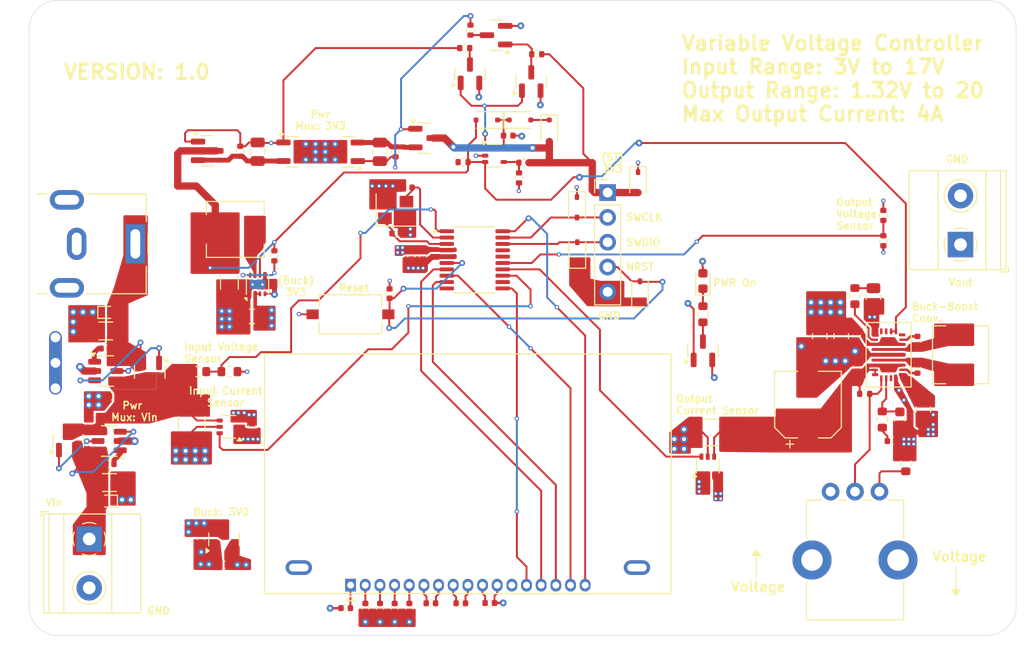
<source format=kicad_pcb>
(kicad_pcb (version 20240108) (generator "pcbnew") (generator_version "8.0")
  (layers (0 "F.Cu" signal) (1 "In1.Cu" power) (2 "In2.Cu" power) (3 "In3.Cu" power) (4 "In4.Cu" power) (31 "B.Cu" signal) (34 "B.Paste" user) (35 "F.Paste" user) (36 "B.SilkS" user "B.Silkscreen") (37 "F.SilkS" user "F.Silkscreen") (38 "B.Mask" user) (39 "F.Mask" user) (44 "Edge.Cuts" user))
  (net 0 "")
  (net 1 "/[1] Power/JACK_POWER")
  (net 2 "GND")
  (net 3 "/[1] Power/SCREW_TERMINAL_POWER")
  (net 4 "/[1] Power/COMP_POWER")
  (net 5 "/[1] Power/VCAP_J")
  (net 6 "/[1] Power/VCAP_T")
  (net 7 "SYSTEM_POWER_A")
  (net 8 "/[1] Power/BUCK_PPM_SOURCE")
  (net 9 "/[1] Power/BUCK_PPM_GATE")
  (net 10 "SYSTEM_POWER_B")
  (net 11 "/[1] Power/ST_PPM_SOURCE")
  (net 12 "/[1] Power/ST_PPM_GATE")
  (net 13 "/[1] Power/BUCK_VOS")
  (net 14 "/[1] Power/VCC_BB")
  (net 15 "/[1] Power/BB_SW1")
  (net 16 "/[1] Power/BB_BOOT1")
  (net 17 "/[1] Power/BB_SW2")
  (net 18 "/[1] Power/BB_BOOT2")
  (net 19 "VARIABLE_OUTPUT_VOLTAGE_A")
  (net 20 "/[1] Power/BB_COMP1")
  (net 21 "/[1] Power/BB_COMP2")
  (net 22 "+3V3")
  (net 23 "+3V0")
  (net 24 "/[2] Microcontroller/HSE_IN")
  (net 25 "/[2] Microcontroller/NRST")
  (net 26 "/[2] Microcontroller/HSE_OUT")
  (net 27 "/[3] Display/LVOUT")
  (net 28 "/[3] Display/LV0")
  (net 29 "/[3] Display/LV1")
  (net 30 "/[3] Display/LV2")
  (net 31 "/[3] Display/LV3")
  (net 32 "/[3] Display/LV4")
  (net 33 "/[3] Display/LC2+")
  (net 34 "/[3] Display/LC2-")
  (net 35 "/[3] Display/LC1+")
  (net 36 "ST_3V3")
  (net 37 "/[3] Display/LC1-")
  (net 38 "/[1] Power/ST_3V3_Diode")
  (net 39 "/[2] Microcontroller/SWCLK")
  (net 40 "/[2] Microcontroller/SWDIO")
  (net 41 "VARIABLE_OUTPUT_VOLTAGE_B")
  (net 42 "/[1] Power/COMP_OUT")
  (net 43 "/[1] Power/POW_IND_LED_R")
  (net 44 "/[1] Power/GATE_J")
  (net 45 "/[1] Power/GATE_T")
  (net 46 "/[1] Power/BUCK_PPM_INV")
  (net 47 "/[1] Power/ST_PPM_INV2")
  (net 48 "/[1] Power/ST_PPM_INV1")
  (net 49 "/[1] Power/POW_IND_R_NMOS")
  (net 50 "/[1] Power/ST_PPM_IN")
  (net 51 "/[1] Power/PG")
  (net 52 "/[1] Power/BB_FSW1")
  (net 53 "/[1] Power/BB_FSW2")
  (net 54 "/[1] Power/BB_FEEDBACK")
  (net 55 "S-INPUT_VOLTAGE")
  (net 56 "S-OUTPUT_VOLTAGE")
  (net 62 "SPI_MOSI")
  (net 64 "S-OUTPUT_CURRENT")
  (net 65 "{slash}CHIP_SELECT")
  (net 66 "S-INPUT_CURRENT")
  (net 70 "REGISTER_SELECT")
  (net 71 "SPI_CLK")
  (net 72 "{slash}RESET")
  (net 73 "/[1] Power/BUCK_SW")
  (net 74 "/[1] Power/BB_POT_R")
  (net 75 "GNDPWR")
  (net 76 "GNDA")
  (net 77 "GNDD")
  (footprint "Display:NHD-C12832A1Z-FSRGB" (layer "F.Cu") (at 131.8875 126.94)
    (property "Reference" "U301" (hide yes))
    (property "Value" "NHD-C12832A1Z-FSW-FBW-3V3")
  )
  (footprint "Resistor_SMD:R_1210_3225Metric" (layer "F.Cu") (at 168.7575 111.31 180)
    (property "Reference" "R116" (hide yes))
    (property "Value" "11mR")
  )
  (footprint "Resistor_SMD:R_0402_1005Metric" (layer "F.Cu") (at 143.39625 83.6525 180)
    (property "Reference" "R101" (hide yes))
    (property "Value" "100k")
  )
  (footprint "Package_TO_SOT_SMD:SOT-23-6" (layer "F.Cu") (at 106.8375 105.0275)
    (property "Reference" "U102" (hide yes))
    (property "Value" "LM74700")
  )
  (footprint "Resistor_SMD:R_0402_1005Metric" (layer "F.Cu") (at 149.12125 85.265 -90)
    (property "Reference" "R103" (hide yes))
    (property "Value" "50k")
  )
  (footprint "Capacitor_SMD:C_0402_1005Metric" (layer "F.Cu") (at 137.7 86.25)
    (property "Reference" "C203" (hide yes))
    (property "Value" "14pF")
  )
  (footprint "Buck_Boost:21-PowerVFQFN" (layer "F.Cu") (at 186.9375 103.365 -90)
    (property "Reference" "U105" (hide yes))
    (property "Value" "TPS552872RYQR")
  )
  (footprint "Crystal:Crystal_SMD_3225-4Pin_3.2x2.5mm" (layer "F.Cu") (at 136.5 88.55)
    (property "Reference" "Y201" (hide yes))
    (property "Value" "16MHz")
  )
  (footprint "Inductor_SMD:L_Sunlord_MWSA0503S" (layer "F.Cu") (at 194.2875 103.365 -90)
    (property "Reference" "L102" (hide yes))
    (property "Value" "2.2uH")
  )
  (footprint "Package_TO_SOT_SMD:SOT-23" (layer "F.Cu") (at 139.45 81.19)
    (property "Reference" "Q106" (hide yes))
    (property "Value" "AO3407")
  )
  (footprint "Capacitor_SMD:C_0402_1005Metric" (layer "F.Cu") (at 135.875 97.105 90)
    (property "Reference" "C205" (hide yes))
    (property "Value" "0.1uF")
  )
  (footprint "Package_SO:TSSOP-20_4.4x6.5mm_P0.65mm" (layer "F.Cu") (at 144.5875 93.65)
    (property "Reference" "U201" (hide yes))
    (property "Value" "STM32G030F6Px")
  )
  (footprint "Package_TO_SOT_SMD:SOT-23" (layer "F.Cu") (at 118.9375 122.2525 90)
    (property "Reference" "U106" (hide yes))
    (property "Value" "MCP1700T-3002E/TT")
  )
  (footprint "Resistor_SMD:R_0603_1608Metric" (layer "F.Cu") (at 188.6875 114.465 90)
    (property "Reference" "R117" (hide yes))
    (property "Value" "6.4k")
  )
  (footprint "Capacitor_SMD:C_0402_1005Metric" (layer "F.Cu") (at 189.8875 101.965 90)
    (property "Reference" "C116" (hide yes))
    (property "Value" "0.1uF")
  )
  (footprint "Resistor_SMD:R_0402_1005Metric" (layer "F.Cu") (at 150.93375 72.615 180)
    (property "Reference" "R110" (hide yes))
    (property "Value" "100k")
  )
  (footprint "Resistor_SMD:R_0603_1608Metric" (layer "F.Cu") (at 116.2875 105.09)
    (property "Reference" "R401" (hide yes))
    (property "Value" "9.1k")
  )
  (footprint "Capacitor_SMD:C_0402_1005Metric" (layer "F.Cu") (at 168.8325 116.94 180)
    (property "Reference" "C402" (hide yes))
    (property "Value" "0.1uF")
  )
  (footprint "Resistor_SMD:R_0603_1608Metric" (layer "F.Cu") (at 186.2875 109.99 -90)
    (property "Reference" "R114" (hide yes))
    (property "Value" "140k")
  )
  (footprint "Potentiometer_THT:Potentiometer_Bourns_PTV09A-1_Single_Vertical" (layer "F.Cu") (at 181 117.365 -90)
    (property "Reference" "RV101" (hide yes))
    (property "Value" "1M ADJ")
  )
  (footprint "Resistor_SMD:R_0603_1608Metric" (layer "F.Cu") (at 119.4875 105.09)
    (property "Reference" "R402" (hide yes))
    (property "Value" "2.2k")
  )
  (footprint "Capacitor_SMD:CP_Elec_6.3x7.7" (layer "F.Cu") (at 178.6875 108.465 90)
    (property "Reference" "C120" (hide yes))
    (property "Value" "100uF")
  )
  (footprint "TerminalBlock_Phoenix:TerminalBlock_Phoenix_MKDS-1,5-2_1x02_P5.00mm_Horizontal" (layer "F.Cu") (at 105.1425 122.215 -90)
    (property "Reference" "J102" (hide yes))
    (property "Value" "Screw_Terminal_01x02")
  )
  (footprint "Capacitor_SMD:C_0402_1005Metric" (layer "F.Cu") (at 187.2875 112.19)
    (property "Reference" "C121" (hide yes))
    (property "Value" "10nF")
  )
  (footprint "Package_TO_SOT_SMD:SOT-23" (layer "F.Cu") (at 117.2125 82.5025)
    (property "Reference" "Q104" (hide yes))
    (property "Value" "AO3407")
  )
  (footprint "Capacitor_SMD:C_0402_1005Metric" (layer "F.Cu") (at 133.3975 129.29 90)
    (property "Reference" "C303" (hide yes))
    (property "Value" "1uF")
  )
  (footprint "Capacitor_SMD:C_1206_3216Metric" (layer "F.Cu") (at 107.2175 116.44)
    (property "Reference" "C102" (hide yes))
    (property "Value" "22uF")
  )
  (footprint "Capacitor_SMD:C_0402_1005Metric" (layer "F.Cu") (at 183.6875 104.665 90)
    (property "Reference" "C118" (hide yes))
    (property "Value" "0.1uF")
  )
  (footprint "Capacitor_SMD:C_0402_1005Metric" (layer "F.Cu") (at 139.3 93.25 -90)
    (property "Reference" "C202" (hide yes))
    (property "Value" "0.1uF")
  )
  (footprint "Capacitor_SMD:C_0805_2012Metric" (layer "F.Cu") (at 179.8875 101.465 -90)
    (property "Reference" "C113" (hide yes))
    (property "Value" "10uF")
  )
  (footprint "Diode_SMD:D_SOD-323F" (layer "F.Cu") (at 149.22125 79.34)
    (property "Reference" "D105" (hide yes))
    (property "Value" "BAT54WS-7-F")
  )
  (footprint "Capacitor_SMD:C_1206_3216Metric" (layer "F.Cu") (at 119.4875 95.94 -90)
    (property "Reference" "C111" (hide yes))
    (property "Value" "22uF")
  )
  (footprint "Capacitor_SMD:C_0402_1005Metric" (layer "F.Cu") (at 107.5375 107.6275 180)
    (property "Reference" "C106" (hide yes))
    (property "Value" "0.1uF")
  )
  (footprint "Diode_SMD:D_SOD-323" (layer "F.Cu") (at 155.0875 92.9 90)
    (property "Reference" "D202" (hide yes))
    (property "Value" "D_TVS")
  )
  (footprint "Capacitor_SMD:C_0402_1005Metric" (layer "F.Cu") (at 136.6 90.95 180)
    (property "Reference" "C204" (hide yes))
    (property "Value" "14pF")
  )
  (footprint "Package_TO_SOT_SMD:SOT-363_SC-70-6" (layer "F.Cu") (at 168.4325 114.74 90)
    (property "Reference" "U402" (hide yes))
    (property "Value" "INA213AIDCKR")
  )
  (footprint "Package_TO_SOT_SMD:SOT-23" (layer "F.Cu") (at 125.95 82.59)
    (property "Reference" "Q105" (hide yes))
    (property "Value" "AO3407")
  )
  (footprint "Package_TO_SOT_SMD:SOT-353_SC-70-5" (layer "F.Cu") (at 146.60375 82.99)
    (property "Reference" "U101" (hide yes))
    (property "Value" "MCP6541T-I/OT")
  )
  (footprint "Capacitor_SMD:C_0402_1005Metric" (layer "F.Cu") (at 148.02125 80.94)
    (property "Reference" "C103" (hide yes))
    (property "Value" "0.1uF")
  )
  (footprint "Capacitor_SMD:C_0402_1005Metric" (layer "F.Cu") (at 107.1975 114.54)
    (property "Reference" "C105" (hide yes))
    (property "Value" "0.1uF")
  )
  (footprint "Resistor_SMD:R_0402_1005Metric" (layer "F.Cu") (at 143.56375 71.9825)
    (property "Reference" "R104" (hide yes))
    (property "Value" "100k")
  )
  (footprint "Capacitor_SMD:C_0805_2012Metric" (layer "F.Cu") (at 190.4875 108.965 -90)
    (property "Reference" "C115" (hide yes))
    (property "Value" "10uF")
  )
  (footprint "Capacitor_SMD:C_0402_1005Metric" (layer "F.Cu") (at 146.13 128.765 180)
    (property "Reference" "C301" (hide yes))
    (property "Value" "2.2uF")
  )
  (footprint "Resistor_SMD:R_1210_3225Metric" (layer "F.Cu") (at 115.6375 110.415 -90)
    (property "Reference" "R106" (hide yes))
    (property "Value" "11mR")
  )
  (footprint "TerminalBlock_Phoenix:TerminalBlock_Phoenix_MKDS-1,5-2_1x02_P5.00mm_Horizontal" (layer "F.Cu") (at 194.2925 92.09 90)
    (property "Reference" "J103" (hide yes))
    (property "Value" "Screw_Terminal_01x02")
  )
  (footprint "Package_TO_SOT_SMD:SOT-23" (layer "F.Cu") (at 144.10125 74.6075 90)
    (property "Reference" "Q101" (hide yes))
    (property "Value" "AO3416")
  )
  (footprint "Resistor_SMD:R_0402_1005Metric" (layer "F.Cu") (at 186.4 91.695 90)
    (property "Reference" "R403" (hide yes))
    (property "Value" "24K")
  )
  (footprint "Resistor_SMD:R_0402_1005Metric" (layer "F.Cu") (at 184.4875 107.365)
    (property "Reference" "R115" (hide yes))
    (property "Value" "100k")
  )
  (footprint "Capacitor_SMD:C_0402_1005Metric" (layer "F.Cu") (at 131.3875 129.29)
    (property "Reference" "C302" (hide yes))
    (property "Value" "1uF")
  )
  (footprint "Resistor_SMD:R_0805_2012Metric" (layer "F.Cu") (at 185.3875 97.465 -90)
    (property "Reference" "R112" (hide yes))
    (property "Value" "4.3k")
  )
  (footprint "Capacitor_SMD:C_0805_2012Metric" (layer "F.Cu") (at 182.0875 101.465 -90)
    (property "Reference" "C112" (hide yes))
    (property "Value" "10uF")
  )
  (footprint "Capacitor_SMD:C_0402_1005Metric" (layer "F.Cu") (at 140.1025 128.79)
    (property "Reference" "C307" (hide yes))
    (property "Value" "2.2uF")
  )
  (footprint "Resistor_SMD:R_0402_1005Metric" (layer "F.Cu") (at 124.0875 93.24 90)
    (property "Reference" "R109" (hide yes))
    (property "Value" "100k")
  )
  (footprint "Connector_PinHeader_2.54mm:PinHeader_1x05_P2.54mm_Vertical" (layer "F.Cu") (at 158.1875 86.77)
    (property "Reference" "J201" (hide yes))
    (property "Value" "Conn_01x05")
  )
  (footprint "LED_SMD:LED_0603_1608Metric" (layer "F.Cu") (at 167.9375 95.815 90)
    (property "Reference" "D106" (hide yes))
    (property "Value" "Green LED")
  )
  (footprint "Capacitor_SMD:C_0402_1005Metric" (layer "F.Cu") (at 143.1625 128.79)
    (property "Reference" "C308" (hide yes))
    (property "Value" "2.2uF")
  )
  (footprint "Package_TO_SOT_SMD:SOT-23" (layer "F.Cu") (at 131.6875 82.6 180)
    (property "Reference" "Q107" (hide yes))
    (property "Value" "AO3407")
  )
  (footprint "Capacitor_SMD:C_0402_1005Metric" (layer "F.Cu") (at 136.3975 129.29 90)
    (property "Reference" "C305" (hide yes))
    (property "Value" "1uF")
  )
  (footprint "Capacitor_SMD:C_0402_1005Metric" (layer "F.Cu") (at 105.7 109.9 180)
    (property "Reference" "C107" (hide yes))
    (property "Value" "0.1uF")
  )
  (footprint "Capacitor_SMD:C_0402_1005Metric" (layer "F.Cu") (at 183.6875 101.465 -90)
    (property "Reference" "C114" (hide yes))
    (property "Value" "0.1uF")
  )
  (footprint "Capacitor_SMD:C_0805_2012Metric" (layer "F.Cu") (at 134.8875 82.6 90)
    (property "Reference" "C110" (hide yes))
    (property "Value" "10uF")
  )
  (footprint "Diode_SMD:D_SOD-882" (layer "F.Cu") (at 107.2175 118.34 180)
    (property "Reference" "D102" (hide yes))
    (property "Value" "D_TVS")
  )
  (footprint "Diode_SMD:D_SOD-323" (layer "F.Cu") (at 155.05 88.275 -90)
    (property "Reference" "D203" (hide yes))
    (property "Value" "D_TVS")
  )
  (footprint "Capacitor_SMD:C_1206_3216Metric" (layer "F.Cu") (at 106.8375 100.9275 180)
    (property "Reference" "C101" (hide yes))
    (property "Value" "22uF")
  )
  (footprint "Resistor_SMD:R_0402_1005Metric" (layer "F.Cu") (at 144.15375 70.145 -90)
    (property "Reference" "R108" (hide yes))
    (property "Value" "100k")
  )
  (footprint "NetTie:NetTie-2_SMD_Pad0.5mm" (layer "F.Cu") (at 189.8875 111.29 180)
    (property "Reference" "NT102" (hide yes))
    (property "Value" "NetTie_2" (hide yes))
  )
  (footprint "Resistor_SMD:R_0603_1608Metric" (layer "F.Cu") (at 167.9375 99.215 -90)
    (property "Reference" "R113" (hide yes))
    (property "Value" "160R")
  )
  (footprint "Resistor_SMD:R_0402_1005Metric" (layer "F.Cu") (at 120.6 82.54 -90)
    (property "Reference" "R105" (hide yes))
    (property "Value" "100k")
  )
  (footprint "Diode_SMD:D_SOD-882" (layer "F.Cu") (at 106.8375 99.0275)
    (property "Reference" "D101" (hide yes))
    (property "Value" "D_TVS")
  )
  (footprint "Capacitor_SMD:C_0402_1005Metric" (layer "F.Cu") (at 118.9125 124.8525 180)
    (property "Reference" "C123" (hide yes))
    (property "Value" "1uF")
  )
  (footprint "Diode_SMD:D_SOD-323F" (layer "F.Cu") (at 152.22125 80.44 -90)
    (property "Reference" "D104" (hide yes))
    (property "Value" "BAT54WS-7-F")
  )
  (footprint "NetTie:NetTie-2_SMD_Pad0.5mm" (layer "F.Cu") (at 124.1 96.6 -90)
    (property "Reference" "NT103" (hide yes))
    (property "Value" "NetTie_2" (hide yes))
  )
  (footprint "Capacitor_SMD:C_0805_2012Metric" (layer "F.Cu") (at 122.375 82.59 -90)
    (property "Reference" "C108" (hide yes))
    (property "Value" "10uF")
  )
  (footprint "Package_TO_SOT_SMD:SOT-23" (layer "F.Cu") (at 167.9375 102.9525 90)
    (property "Reference" "Q110" (hide yes))
    (property "Value" "AO3416")
  )
  (footprint "Capacitor_SMD:C_0402_1005Metric" (layer "F.Cu") (at 106.8375 102.7275 180)
    (property "Reference" "C104" (hide yes))
    (property "Value" "0.1uF")
  )
  (footprint "Capacitor_SMD:C_0402_1005Metric" (layer "F.Cu") (at 121.8375 110.74 -90)
    (property "Reference" "C401" (hide yes))
    (property "Value" "0.1uF")
  )
  (footprint "Capacitor_SMD:C_0805_2012Metric" (layer "F.Cu") (at 121.7875 99.44 180)
    (property "Reference" "C109" (hide yes))
    (property "Value" "10uF")
  )
  (footprint "Diode_SMD:D_SOD-323F" (layer "F.Cu") (at 145.82125 79.34 180)
    (property "Reference" "D103" (hide yes))
    (property "Value" "BAT54WS-7-F")
  )
  (footprint "Inductor_SMD:L_Sunlord_MWSA0503S" (layer "F.Cu") (at 120.0875 90.54 180)
    (property "Reference" "L101" (hide yes))
    (property "Value" "2.2uH")
  )
  (footprint "Capacitor_SMD:C_0402_1005Metric" (layer "F.Cu") (at 134.8975 129.29 90)
    (property "Reference" "C304" (hide yes))
    (property "Value" "1uF")
  )
  (footprint "Package_TO_SOT_SMD:SOT-23" (layer "F.Cu") (at 102.9975 112.1775 90)
    (property "Reference" "Q103" (hide yes))
    (property "Value" "IRFML8244TRPBF")
  )
  (footprint "Connector_BarrelJack:BarrelJack_CUI_PJ-063AH_Horizontal" (layer "F.Cu") (at 109.8625 92.015 -90)
    (property "Reference" "J101" (hide yes))
    (property "Value" "Jack-DC")
  )
  (footprint "Capacitor_SMD:C_0402_1005Metric" (layer "F.Cu") (at 137.8975 129.29 90)
    (property "Reference" "C306" (hide yes))
    (property "Value" "1uF")
  )
  (footprint "Package_SON:WSON-8-1EP_2x2mm_P0.5mm_EP0.9x1.6mm_ThermalVias" (layer "F.Cu") (at 122.3625 96.175 90)
    (property "Reference" "U104" (hide yes))
    (property "Value" "TPS62172DSG")
  )
  (footprint "Package_TO_SOT_SMD:SOT-23" (layer "F.Cu") (at 150.37125 75.4025 90)
    (property "Reference" "Q109" (hide yes))
    (property "Value" "AO3416")
  )
  (footprint "Package_TO_SOT_SMD:SOT-23" (layer "F.Cu") (at 146.77125 70.665 180)
    (property "Reference" "Q108" (hide yes))
    (property "Value" "AO3416")
  )
  (footprint "Package_TO_SOT_SMD:SOT-363_SC-70-6" (layer "F.Cu") (at 119.4375 110.74 180)
    (property "Reference" "U401" (hide yes))
    (property "Value" "INA213AIDCKR")
  )
  (footprint "Capacitor_SMD:C_0402_1005Metric" (layer "F.Cu") (at 138.1 93.25 -90)
    (property "Reference" "C201" (hide yes))
    (property "Value" "4.7uF")
  )
  (footprint "Capacitor_SMD:C_0603_1608Metric" (layer "F.Cu") (at 188.0875 109.99 -90)
    (property "Reference" "C119" (hide yes))
    (property "Value" "240pF")
  )
  (footprint "Button_Switch_SMD:SW_Tactile_SPST_NO_Straight_CK_PTS636Sx25SMTRLFS" (layer "F.Cu") (at 131.875 99.225)
    (property "Reference" "SW201" (hide yes))
    (property "Value" "SW_Push")
  )
  (footprint "Resistor_SMD:R_0402_1005Metric" (layer "F.Cu") (at 186.4 89.105 90)
    (property "Reference" "R404" (hide yes))
    (property "Value" "4.75K")
  )
  (footprint "Diode_SMD:D_SOD-323" (layer "F.Cu") (at 161.5 96.9 90)
    (property "Reference" "D201" (hide yes))
    (property "Value" "D_TVS")
  )
  (footprint "NetTie:NetTie-3_THT_Pad1.0mm" (layer "F.Cu") (at 101.6875 106.79 90)
    (property "Reference" "NT101" (hide yes))
    (property "Value" "NetTie_3" (hide yes))
  )
  (footprint "Capacitor_SMD:C_0402_1005Metric" (layer "F.Cu") (at 116.5875 122.1775 -90)
    (property "Reference" "C122" (hide yes))
    (property "Value" "1uF")
  )
  (footprint "Package_TO_SOT_SMD:SOT-23-6" (layer "F.Cu") (at 107.18 112.19 180)
    (property "Reference" "U103" (hide yes))
    (property "Value" "LM74700")
  )
  (footprint "Resistor_SMD:R_0402_1005Metric" (layer "F.Cu") (at 136.4875 82.6 90)
    (property "Reference" "R107" (hide yes))
    (property "Value" "100k")
  )
  (footprint "Resistor_SMD:R_0402_1005Metric" (layer "F.Cu") (at 149.62125 83.715 180)
    (property "Reference" "R102" (hide yes))
    (property "Value" "50k")
  )
  (footprint "Capacitor_SMD:C_0402_1005Metric" (layer "F.Cu") (at 189.8875 104.765 -90)
    (property "Reference" "C117" (hide yes))
    (property "Value" "0.1uF")
  )
  (footprint "Resistor_SMD:R_0603_1608Metric" (layer "F.Cu") (at 183.4875 97.365 90)
    (property "Reference" "R111" (hide yes))
    (property "Value" "5k")
  )
  (footprint "Package_TO_SOT_SMD:SOT-23" (layer "F.Cu") (at 111.3375 105.1275 -90)
    (property "Reference" "Q102" (hide yes))
    (property "Value" "IRFML8244TRPBF")
  )
  (footprint "Diode_SMD:D_SOD-323" (layer "F.Cu") (at 161.3 85.725 -90)
    (property "Reference" "D204" (hide yes))
    (property "Value" "D_TVS")
  )
  (gr_poly (pts (xy 193.85 128) (xy 194.3 127.4) (xy 193.4 127.4)) (stroke (width 0.1)) (fill solid) (layer "F.SilkS"))
  (gr_line (start 173.4 123.3) (end 173.4 126.2) (stroke (width 0.1)) (layer "F.SilkS"))
  (gr_line (start 193.85 128) (end 193.85 125.1) (stroke (width 0.1)) (layer "F.SilkS"))
  (gr_poly (pts (xy 173.4 123.3) (xy 172.95 123.9) (xy 173.85 123.9)) (stroke (width 0.1)) (fill solid) (layer "F.SilkS"))
  (gr_arc (start 98.9875 70.09) (mid 99.86618 67.96868) (end 101.9875 67.09) (stroke (width 0.05)) (layer "Edge.Cuts"))
  (gr_arc (start 199.9875 129.09) (mid 199.10882 131.21132) (end 196.9875 132.09) (stroke (width 0.05)) (layer "Edge.Cuts"))
  (gr_line (start 196.9875 132.09) (end 101.987351 132.111244) (stroke (width 0.05)) (layer "Edge.Cuts"))
  (gr_arc (start 101.987351 132.111244) (mid 99.864834 131.218799) (end 98.9875 129.09) (stroke (width 0.05)) (layer "Edge.Cuts"))
  (gr_arc (start 196.9875 67.09) (mid 199.10882 67.96868) (end 199.9875 70.09) (stroke (width 0.05)) (layer "Edge.Cuts"))
  (gr_line (start 98.9875 129.09) (end 98.9875 70.09) (stroke (width 0.05)) (layer "Edge.Cuts"))
  (gr_line (start 101.9875 67.09) (end 196.9875 67.09) (stroke (width 0.05)) (layer "Edge.Cuts"))
  (gr_line (start 199.9875 70.09) (end 199.9875 129.09) (stroke (width 0.05)) (layer "Edge.Cuts"))
  (gr_text "Output \nCurrent Sensor" (at 165.1 109.5 0) (layer "F.SilkS") (effects (font (size 0.75 0.75) (thickness 0.15) (bold yes)) (justify left bottom)))
  (gr_text "(ST)\n3V3" (at 158.7 84.8 0) (layer "F.SilkS") (effects (font (size 0.75 0.75) (thickness 0.15) (bold yes)) (justify bottom)))
  (gr_text "Voltage" (at 170.7 127.7 0) (layer "F.SilkS") (effects (font (size 1 1) (thickness 0.2)) (justify left bottom)))
  (gr_text "Input Voltage\nSensor" (at 114.8 104.2 0) (layer "F.SilkS") (effects (font (size 0.75 0.75) (thickness 0.15) (bold yes)) (justify left bottom)))
  (gr_text "SWDIO" (at 160 92.3 0) (layer "F.SilkS") (effects (font (size 0.75 0.75)) (justify left bottom)))
  (gr_text "(Buck)\n3V3" (at 126.3 97.4 0) (layer "F.SilkS") (effects (font (size 0.75 0.75) (thickness 0.15) (bold yes)) (justify bottom)))
  (gr_text "Vout" (at 193 96.4 0) (layer "F.SilkS") (effects (font (size 0.75 0.75) (thickness 0.15) (bold yes)) (justify left bottom)))
  (gr_text "Vin" (at 100.6 118.9 0) (layer "F.SilkS") (effects (font (size 0.75 0.75) (thickness 0.15) (bold yes)) (justify left bottom)))
  (gr_text "Voltage" (at 191.3 124.6 0) (layer "F.SilkS") (effects (font (size 1 1) (thickness 0.2)) (justify left bottom)))
  (gr_text "  Pwr \nMux: Vin" (at 107.3 110.2 0) (layer "F.SilkS") (effects (font (size 0.75 0.75) (thickness 0.15) (bold yes)) (justify left bottom)))
  (gr_text "NRST" (at 160 94.8 0) (layer "F.SilkS") (effects (font (size 0.75 0.75)) (justify left bottom)))
  (gr_text "Input Current\nSensor" (at 119.1 108.7 0) (layer "F.SilkS") (effects (font (size 0.75 0.75) (thickness 0.15) (bold yes)) (justify bottom)))
  (gr_text "PWR On" (at 168.9 96 0) (layer "F.SilkS") (effects (font (size 0.75 0.75) (thickness 0.15) (bold yes)) (justify left)))
  (gr_text "Buck: 3V0" (at 115.7 119.9 0) (layer "F.SilkS") (effects (font (size 0.75 0.75) (thickness 0.15) (bold yes)) (justify left bottom)))
  (gr_text "VERSION: 1.0" (at 102.4 75.3 0) (layer "F.SilkS") (effects (font (size 1.5 1.5) (thickness 0.3) (bold yes)) (justify left bottom)))
  (gr_text "Output \nVoltage \nSensor" (at 181.5 90.6 0) (layer "F.SilkS") (effects (font (size 0.75 0.75) (thickness 0.15) (bold yes)) (justify left bottom)))
  (gr_text "GND" (at 192.7 83.8 0) (layer "F.SilkS") (effects (font (size 0.75 0.75) (thickness 0.15) (bold yes)) (justify left bottom)))
  (gr_text "Buck-Boost \nConv." (at 189.2375 100.065 0) (layer "F.SilkS") (effects (font (size 0.75 0.75) (thickness 0.15) (bold yes)) (justify left bottom)))
  (gr_text "Pwr\nMux: 3V3" (at 128.8 80.4 0) (layer "F.SilkS") (effects (font (size 0.75 0.75) (thickness 0.15) (bold yes)) (justify bottom)))
  (gr_text "GND" (at 111 130 0) (layer "F.SilkS") (effects (font (size 0.75 0.75) (thickness 0.15) (bold yes)) (justify left bottom)))
  (gr_text "Reset" (at 130.6 96.5 0) (layer "F.SilkS") (effects (font (size 0.75 0.75) (thickness 0.15) (bold yes)) (justify left)))
  (gr_text "SWCLK" (at 160 89.3 0) (layer "F.SilkS") (effects (font (size 0.75 0.75) (thickness 0.15) (bold yes)) (justify left)))
  (gr_text "Variable Voltage Controller\nInput Range: 3V to 17V\nOutput Range: 1.32V to 20\nMax Output Current: 4A" (at 165.6 79.6 0) (layer "F.SilkS") (effects (font (size 1.5 1.5) (thickness 0.3) (bold yes)) (justify left bottom)))
  (gr_text "GND" (at 157.1 99.8 0) (layer "F.SilkS") (effects (font (size 0.75 0.75) (thickness 0.15) (bold yes)) (justify left bottom)))
  (segment (start 110.3875 104.19) (end 110.3875 102.115) (width 0.2) (layer "F.Cu") (net 1))
  (segment (start 104.2375 105.99) (end 105.6875 105.99) (width 0.2) (layer "F.Cu") (net 1))
  (segment (start 105.6875 105.99) (end 105.7 105.9775) (width 0.2) (layer "F.Cu") (net 1))
  (via (at 110.3875 102.115) (size 0.6) (drill 0.3) (layers "F.Cu" "B.Cu") (net 1))
  (via (at 104.2375 105.99) (size 0.6) (drill 0.3) (layers "F.Cu" "B.Cu") (net 1))
  (segment (start 110.3875 102.115) (end 106.5125 105.99) (width 0.2) (layer "B.Cu") (net 1))
  (segment (start 106.5125 105.99) (end 104.2375 105.99) (width 0.2) (layer "B.Cu") (net 1))
  (segment (start 103.9475 113.115) (end 103.9475 114.98) (width 0.2) (layer "F.Cu") (net 3))
  (segment (start 109.6625 111.24) (end 108.3175 111.24) (width 0.2) (layer "F.Cu") (net 3))
  (segment (start 103.9475 114.98) (end 103.4125 115.515) (width 0.2) (layer "F.Cu") (net 3))
  (via (at 103.4125 115.515) (size 0.6) (drill 0.3) (layers "F.Cu" "B.Cu") (net 3))
  (via (at 109.6625 111.24) (size 0.6) (drill 0.3) (layers "F.Cu" "B.Cu") (net 3))
  (segment (start 105.5375 115.365) (end 109.6625 111.24) (width 0.2) (layer "B.Cu") (net 3))
  (segment (start 103.4125 115.515) (end 103.5625 115.365) (width 0.2) (layer "B.Cu") (net 3))
  (segment (start 103.5625 115.365) (end 105.5375 115.365) (width 0.2) (layer "B.Cu") (net 3))
  (segment (start 147.55375 80.9525) (end 147.54125 80.94) (width 0.2) (layer "F.Cu") (net 4))
  (segment (start 147.54125 79.3425) (end 147.53875 79.34) (width 0.2) (layer "F.Cu") (net 4))
  (segment (start 146.92125 79.34) (end 147.53875 79.34) (width 0.2) (layer "F.Cu") (net 4))
  (segment (start 147.55375 82.34) (end 147.55375 80.9525) (width 0.2) (layer "F.Cu") (net 4))
  (segment (start 147.54125 80.94) (end 147.54125 79.3425) (width 0.2) (layer "F.Cu") (net 4))
  (segment (start 147.53875 79.34) (end 148.12125 79.34) (width 0.2) (layer "F.Cu") (net 4))
  (segment (start 105.6625 104.04) (end 105.7 104.0775) (width 0.5) (layer "F.Cu") (net 5))
  (segment (start 106.075 102.7275) (end 105.6625 103.14) (width 0.5) (layer "F.Cu") (net 5))
  (segment (start 105.6625 103.14) (end 105.6625 104.04) (width 0.5) (layer "F.Cu") (net 5))
  (segment (start 106.3575 102.7275) (end 106.075 102.7275) (width 0.5) (layer "F.Cu") (net 5))
  (segment (start 107.6775 114.15) (end 107.6775 114.54) (width 0.5) (layer "F.Cu") (net 6))
  (segment (start 108.3175 113.14) (end 108.3175 113.51) (width 0.5) (layer "F.Cu") (net 6))
  (segment (start 108.3175 113.51) (end 107.6775 114.15) (width 0.5) (layer "F.Cu") (net 6))
  (segment (start 115.6375 108.9525) (end 115.6375 109.565) (width 0.2) (layer "F.Cu") (net 7))
  (segment (start 116.1625 110.09) (end 118.4875 110.09) (width 0.2) (layer "F.Cu") (net 7))
  (segment (start 108.0125 107.6325) (end 108.0175 107.6275) (width 0.5) (layer "F.Cu") (net 7))
  (segment (start 115.6375 109.565) (end 116.1625 110.09) (width 0.2) (layer "F.Cu") (net 7))
  (segment (start 122.375 83.54) (end 125.0125 83.54) (width 0.5) (layer "F.Cu") (net 8))
  (segment (start 120.81 83.05) (end 121.3 83.54) (width 0.5) (layer "F.Cu") (net 8))
  (segment (start 119.3875 83.4525) (end 119.79 83.05) (width 0.5) (layer "F.Cu") (net 8))
  (segment (start 119.79 83.05) (end 120.6 83.05) (width 0.5) (layer "F.Cu") (net 8))
  (segment (start 120.6 83.05) (end 120.81 83.05) (width 0.5) (layer "F.Cu") (net 8))
  (segment (start 121.3 83.54) (end 122.375 83.54) (width 0.5) (layer "F.Cu") (net 8))
  (segment (start 116.275 83.4525) (end 119.3875 83.4525) (width 0.5) (layer "F.Cu") (net 8))
  (segment (start 121.11 82.03) (end 121.5 81.64) (width 0.2) (layer "F.Cu") (net 9))
  (segment (start 120.2875 80.39) (end 120.6 80.7025) (width 0.2) (layer "F.Cu") (net 9))
  (segment (start 115.0125 81.5525) (end 114.95 81.49) (width 0.2) (layer "F.Cu") (net 9))
  (segment (start 120.6 80.7025) (end 120.6 82.03) (width 0.2) (layer "F.Cu") (net 9))
  (segment (start 116.275 81.5525) (end 115.0125 81.5525) (width 0.2) (layer "F.Cu") (net 9))
  (segment (start 125.0125 75.2875) (end 125.0125 81.64) (width 0.2) (layer "F.Cu") (net 9))
  (segment (start 114.95 80.69) (end 115.25 80.39) (width 0.2) (layer "F.Cu") (net 9))
  (segment (start 123.75 81.69) (end 122.425 81.69) (width 0.2) (layer "F.Cu") (net 9))
  (segment (start 143.05375 71.9825) (end 128.3175 71.9825) (width 0.2) (layer "F.Cu") (net 9))
  (segment (start 121.5 81.64) (end 122.375 81.64) (width 0.2) (layer "F.Cu") (net 9))
  (segment (start 122.425 81.69) (end 122.375 81.64) (width 0.2) (layer "F.Cu") (net 9))
  (segment (start 120.6 82.03) (end 121.11 82.03) (width 0.2) (layer "F.Cu") (net 9))
  (segment (start 124.9625 81.69) (end 125.0125 81.64) (width 0.2) (layer "F.Cu") (net 9))
  (segment (start 128.3175 71.9825) (end 125.0125 75.2875) (width 0.2) (layer "F.Cu") (net 9))
  (segment (start 123.75 81.69) (end 124.9625 81.69) (width 0.2) (layer "F.Cu") (net 9))
  (segment (start 114.95 81.49) (end 114.95 80.69) (width 0.2) (layer "F.Cu") (net 9))
  (segment (start 115.25 80.39) (end 120.2875 80.39) (width 0.2) (layer "F.Cu") (net 9))
  (via (at 123.75 81.69) (size 0.45) (drill 0.25) (layers "F.Cu" "B.Cu") (net 9))
  (segment (start 123.76 81.7) (end 123.75 81.69) (width 0.2) (layer "B.Cu") (net 9))
  (segment (start 115.6375 111.8775) (end 115.6375 111.265) (width 0.2) (layer "F.Cu") (net 10))
  (segment (start 116.1625 110.74) (end 118.4875 110.74) (width 0.2) (layer "F.Cu") (net 10))
  (segment (start 115.6375 111.265) (end 116.1625 110.74) (width 0.2) (layer "F.Cu") (net 10))
  (segment (start 122.1125 97.125) (end 122.6125 97.125) (width 0.2) (layer "F.Cu") (net 10))
  (via (at 179 99) (size 0.8) (drill 0.4) (layers "F.Cu" "B.Cu") (net 10))
  (via (at 115 113.2) (size 0.8) (drill 0.4) (layers "F.Cu" "B.Cu") (net 10))
  (via (at 123.8 98.8) (size 0.7) (drill 0.3) (layers "F.Cu" "B.Cu") (net 10))
  (via (at 114 113.2) (size 0.8) (drill 0.4) (layers "F.Cu" "B.Cu") (net 10))
  (via (at 181 98) (size 0.8) (drill 0.4) (layers "F.Cu" "B.Cu") (net 10))
  (via (at 115 114.1) (size 0.8) (drill 0.4) (layers "F.Cu" "B.Cu") (net 10))
  (via (at 123.8 99.6) (size 0.7) (drill 0.3) (layers "F.Cu" "B.Cu") (net 10))
  (via (at 180 99) (size 0.8) (drill 0.4) (layers "F.Cu" "B.Cu") (net 10))
  (via (at 123.8 100.4) (size 0.7) (drill 0.3) (layers "F.Cu" "B.Cu") (net 10))
  (via (at 182 98) (size 0.8) (drill 0.4) (layers "F.Cu" "B.Cu") (net 10))
  (via (at 117 113.2) (size 0.8) (drill 0.4) (layers "F.Cu" "B.Cu") (net 10))
  (via (at 180 98) (size 0.8) (drill 0.4) (layers "F.Cu" "B.Cu") (net 10))
  (via (at 181 99) (size 0.8) (drill 0.4) (layers "F.Cu" "B.Cu") (net 10))
  (via (at 179 98) (size 0.8) (drill 0.4) (layers "F.Cu" "B.Cu") (net 10))
  (via (at 116 113.2) (size 0.8) (drill 0.4) (layers "F.Cu" "B.Cu") (net 10))
  (via (at 116 114.1) (size 0.8) (drill 0.4) (layers "F.Cu" "B.Cu") (net 10))
  (via (at 117 114.1) (size 0.8) (drill 0.4) (layers "F.Cu" "B.Cu") (net 10))
  (via (at 114 114.1) (size 0.8) (drill 0.4) (layers "F.Cu" "B.Cu") (net 10))
  (via (at 182 99) (size 0.8) (drill 0.4) (layers "F.Cu" "B.Cu") (net 10))
  (segment (start 136.05 82.09) (end 136.4875 82.09) (width 0.5) (layer "F.Cu") (net 11))
  (segment (start 132.625 81.65) (end 134.8875 81.65) (width 0.5) (layer "F.Cu") (net 11))
  (segment (start 138.5125 82.14) (end 137.4 82.14) (width 0.5) (layer "F.Cu") (net 11))
  (segment (start 134.8875 81.65) (end 135.61 81.65) (width 0.5) (layer "F.Cu") (net 11))
  (segment (start 137.35 82.09) (end 136.4875 82.09) (width 0.5) (layer "F.Cu") (net 11))
  (segment (start 135.61 81.65) (end 136.05 82.09) (width 0.5) (layer "F.Cu") (net 11))
  (segment (start 137.4 82.14) (end 137.35 82.09) (width 0.5) (layer "F.Cu") (net 11))
  (segment (start 134.8875 83.55) (end 135.59 83.55) (width 0.2) (layer "F.Cu") (net 12))
  (segment (start 144.15375 68.7) (end 144.15375 69.635) (width 0.2) (layer "F.Cu") (net 12))
  (segment (start 133.75 83.55) (end 134.8875 83.55) (width 0.2) (layer "F.Cu") (net 12))
  (segment (start 132.625 83.55) (end 133.75 83.55) (width 0.2) (layer "F.Cu") (net 12))
  (segment (start 136.4875 84.1525) (end 136.45 84.19) (width 0.2) (layer "F.Cu") (net 12))
  (segment (start 138.4625 80.29) (end 138.5125 80.24) (width 0.2) (layer "F.Cu") (net 12))
  (segment (start 136.4875 83.11) (end 136.4875 84.1525) (width 0.2) (layer "F.Cu") (net 12))
  (segment (start 137.05 80.29) (end 138.4625 80.29) (width 0.2) (layer "F.Cu") (net 12))
  (segment (start 136.03 83.11) (end 136.4875 83.11) (width 0.2) (layer "F.Cu") (net 12))
  (segment (start 135.59 83.55) (end 136.03 83.11) (width 0.2) (layer "F.Cu") (net 12))
  (via (at 137.05 80.29) (size 0.45) (drill 0.25) (layers "F.Cu" "B.Cu") (net 12))
  (via (at 136.45 84.19) (size 0.45) (drill 0.25) (layers "F.Cu" "B.Cu") (net 12))
  (via (at 144.15375 68.7) (size 0.6) (drill 0.3) (layers "F.Cu" "B.Cu") (net 12))
  (segment (start 136.65 80.69) (end 137.05 80.29) (width 0.2) (layer "B.Cu") (net 12))
  (segment (start 143.4775 68.7) (end 137.05 75.1275) (width 0.2) (layer "B.Cu") (net 12))
  (segment (start 137.05 75.1275) (end 137.05 80.29) (width 0.2) (layer "B.Cu") (net 12))
  (segment (start 136.45 84.19) (end 136.45 80.89) (width 0.2) (layer "B.Cu") (net 12))
  (segment (start 144.15375 68.7) (end 143.4775 68.7) (width 0.2) (layer "B.Cu") (net 12))
  (segment (start 136.45 80.89) (end 136.65 80.69) (width 0.2) (layer "B.Cu") (net 12))
  (segment (start 145.65375 86.35375) (end 146.8 87.5) (width 0.2) (layer "F.Cu") (net 13))
  (segment (start 118.15 82.5025) (end 114.4975 82.5025) (width 0.75) (layer "F.Cu") (net 13))
  (segment (start 154.7 85.2) (end 155.3 85.2) (width 0.2) (layer "F.Cu") (net 13))
  (segment (start 124.0875 92.73) (end 124.0875 91.84) (width 0.2) (layer "F.Cu") (net 13))
  (segment (start 143.90625 81.9425) (end 144.72125 81.1275) (width 0.2) (layer "F.Cu") (net 13))
  (segment (start 114.2 86.1) (end 116.1 86.1) (width 0.75) (layer "F.Cu") (net 13))
  (segment (start 152.4 87.5) (end 154.7 85.2) (width 0.2) (layer "F.Cu") (net 13))
  (segment (start 187.6875 99.5125) (end 187.6875 100.965) (width 0.2) (layer "F.Cu") (net 13))
  (segment (start 114.4975 82.5025) (end 114.2 82.8) (width 0.75) (layer "F.Cu") (net 13))
  (segment (start 182.5 81.7) (end 188.7 87.9) (width 0.2) (layer "F.Cu") (net 13))
  (segment (start 144.38125 83.6525) (end 143.90625 83.6525) (width 0.2) (layer "F.Cu") (net 13))
  (segment (start 144.39375 83.64) (end 144.38125 83.6525) (width 0.2) (layer "F.Cu") (net 13))
  (segment (start 146.8 87.5) (end 152.4 87.5) (width 0.2) (layer "F.Cu") (net 13))
  (segment (start 188.7 98.5) (end 187.6875 99.5125) (width 0.2) (layer "F.Cu") (net 13))
  (segment (start 116.1 86.1) (end 118.0375 88.0375) (width 0.75) (layer "F.Cu") (net 13))
  (segment (start 143.90625 83.6525) (end 143.90625 81.9425) (width 0.2) (layer "F.Cu") (net 13))
  (segment (start 124.0875 91.84) (end 131.2125 84.715) (width 0.2) (layer "F.Cu") (net 13))
  (segment (start 143.90625 84.49375) (end 143.90625 83.6525) (width 0.2) (layer "F.Cu") (net 13))
  (segment (start 187.6875 100.965) (end 187.1875 100.965) (width 0.2) (layer "F.Cu") (net 13))
  (segment (start 161.4 81.7) (end 182.5 81.7) (width 0.2) (layer "F.Cu") (net 13))
  (segment (start 114.2 82.8) (end 114.2 86.1) (width 0.75) (layer "F.Cu") (net 13))
  (segment (start 144.72125 81.1275) (end 144.72125 79.34) (width 0.2) (layer "F.Cu") (net 13))
  (segment (start 188.7 87.9) (end 188.7 98.5) (width 0.2) (layer "F.Cu") (net 13))
  (segment (start 122.6125 93.315) (end 122.6125 95.225) (width 0.2) (layer "F.Cu") (net 13))
  (segment (start 145.65375 83.64) (end 144.39375 83.64) (width 0.2) (layer "F.Cu") (net 13))
  (segment (start 124.0875 91.84) (end 122.6125 93.315) (width 0.2) (layer "F.Cu") (net 13))
  (segment (start 143.685 84.715) (end 143.90625 84.49375) (width 0.2) (layer "F.Cu") (net 13))
  (segment (start 145.65375 83.64) (end 145.65375 86.35375) (width 0.2) (layer "F.Cu") (net 13))
  (segment (start 118.0375 88.0375) (end 118.0375 90.54) (width 0.75) (layer "F.Cu") (net 13))
  (segment (start 131.2125 84.715) (end 143.685 84.715) (width 0.2) (layer "F.Cu") (net 13))
  (via (at 161.4 81.7) (size 0.7) (drill 0.3) (layers "F.Cu" "B.Cu") (net 13))
  (via (at 124.0875 91.84) (size 0.45) (drill 0.25) (layers "F.Cu" "B.Cu") (net 13))
  (via (at 117.5125 94.465) (size 0.45) (drill 0.25) (layers "F.Cu" "B.Cu") (net 13))
  (via (at 155.3 85.2) (size 0.7) (drill 0.3) (layers "F.Cu" "B.Cu") (net 13))
  (segment (start 124.0875 91.84) (end 121.4625 94.465) (width 0.2) (layer "B.Cu") (net 13))
  (segment (start 155.4 85.1) (end 155.3 85.2) (width 0.2) (layer "B.Cu") (net 13))
  (segment (start 121.4625 94.465) (end 117.5125 94.465) (width 0.2) (layer "B.Cu") (net 13))
  (segment (start 157.6 85.1) (end 155.4 85.1) (width 0.2) (layer "B.Cu") (net 13))
  (segment (start 161.4 81.7) (end 161 81.7) (width 0.2) (layer "B.Cu") (net 13))
  (segment (start 161 81.7) (end 157.6 85.1) (width 0.2) (layer "B.Cu") (net 13))
  (segment (start 188.3375 101.825) (end 188.8275 101.825) (width 0.25) (layer "F.Cu") (net 16))
  (segment (start 188.8275 101.825) (end 189.1675 101.485) (width 0.25) (layer "F.Cu") (net 16))
  (segment (start 189.1675 101.485) (end 189.8875 101.485) (width 0.25) (layer "F.Cu") (net 16))
  (segment (start 189.1675 105.245) (end 189.8875 105.245) (width 0.25) (layer "F.Cu") (net 18))
  (segment (start 188.8275 104.905) (end 189.1675 105.245) (width 0.25) (layer "F.Cu") (net 18))
  (segment (start 188.3375 104.905) (end 188.8275 104.905) (width 0.25) (layer "F.Cu") (net 18))
  (segment (start 185.5375 104.905) (end 184.9475 104.905) (width 0.2) (layer "F.Cu") (net 19))
  (segment (start 170.22 111.31) (end 169.6175 111.31) (width 0.2) (layer "F.Cu") (net 19))
  (segment (start 185.5625 104.93) (end 185.5375 104.905) (width 0.2) (layer "F.Cu") (net 19))
  (segment (start 183.9775 106.655) (end 183.9775 107.365) (width 0.2) (layer "F.Cu") (net 19))
  (segment (start 169.0825 111.845) (end 169.0825 113.79) (width 0.2) (layer "F.Cu") (net 19))
  (segment (start 184.9475 104.905) (end 184.7075 105.145) (width 0.2) (layer "F.Cu") (net 19))
  (segment (start 183.7875 106.265) (end 183.7875 106.465) (width 0.2) (layer "F.Cu") (net 19))
  (segment (start 185.5625 105.405) (end 185.5625 104.93) (width 0.2) (layer "F.Cu") (net 19))
  (segment (start 169.6175 111.31) (end 169.0825 111.845) (width 0.2) (layer "F.Cu") (net 19))
  (segment (start 183.6875 106.165) (end 183.7875 106.265) (width 0.2) (layer "F.Cu") (net 19))
  (segment (start 183.7875 106.465) (end 183.9775 106.655) (width 0.2) (layer "F.Cu") (net 19))
  (segment (start 184.7075 105.145) (end 183.6875 105.145) (width 0.2) (layer "F.Cu") (net 19))
  (segment (start 183.6875 105.145) (end 183.6875 106.165) (width 0.2) (layer "F.Cu") (net 19))
  (segment (start 186.2875 109.165) (end 188.0375 109.165) (width 0.2) (layer "F.Cu") (net 20))
  (segment (start 186.2875 108.265) (end 186.2875 109.165) (width 0.2) (layer "F.Cu") (net 20))
  (segment (start 186.6875 105.765) (end 186.6875 107.865) (width 0.2) (layer "F.Cu") (net 20))
  (segment (start 188.0375 109.165) (end 188.0875 109.215) (width 0.2) (layer "F.Cu") (net 20))
  (segment (start 186.6875 107.865) (end 186.2875 108.265) (width 0.2) (layer "F.Cu") (net 20))
  (segment (start 186.8075 111.685) (end 186.8075 112.19) (width 0.2) (layer "F.Cu") (net 21))
  (segment (start 186.2875 110.815) (end 186.2875 111.165) (width 0.2) (layer "F.Cu") (net 21))
  (segment (start 186.2875 111.165) (end 186.8075 111.685) (width 0.2) (layer "F.Cu") (net 21))
  (segment (start 166.9875 98.6875) (end 166.4 98.1) (width 0.2) (layer "F.Cu") (net 22))
  (segment (start 167.9 93.8) (end 167.9 94.4) (width 0.2) (layer "F.Cu") (net 22))
  (segment (start 167.9 94.4) (end 167.9375 94.4375) (width 0.2) (layer "F.Cu") (net 22))
  (segment (start 167.9375 94.4375) (end 167.9375 95.0275) (width 0.2) (layer "F.Cu") (net 22))
  (segment (start 166.9875 103.89) (end 166.9875 98.6875) (width 0.2) (layer "F.Cu") (net 22))
  (via (at 169.25 117.575) (size 0.45) (drill 0.25) (layers "F.Cu" "B.Cu") (net 22))
  (via (at 127.3 81.8) (size 0.7) (drill 0.3) (layers "F.Cu" "B.Cu") (net 22))
  (via (at 129.3 83.4) (size 0.7) (drill 0.3) (layers "F.Cu" "B.Cu") (net 22))
  (via (at 130.3 83.4) (size 0.7) (drill 0.3) (layers "F.Cu" "B.Cu") (net 22))
  (via (at 128.3 83.4) (size 0.7) (drill 0.3) (layers "F.Cu" "B.Cu") (net 22))
  (via (at 120.4 109.3) (size 0.45) (drill 0.25) (layers "F.Cu" "B.Cu") (net 22))
  (via (at 169.75 118.1) (size 0.45) (drill 0.25) (layers "F.Cu" "B.Cu") (net 22))
  (via (at 136.7 92.9) (size 0.45) (drill 0.25) (layers "F.Cu" "B.Cu") (net 22))
  (via (at 167.9 93.8) (size 0.7) (drill 0.3) (layers "F.Cu" "B.Cu") (net 22))
  (via (at 128.3 82.6) (size 0.7) (drill 0.3) (layers "F.Cu" "B.Cu") (net 22))
  (via (at 129.3 82.6) (size 0.7) (drill 0.3) (layers "F.Cu" "B.Cu") (net 22))
  (via (at 115.3 121.5) (size 0.7) (drill 0.3) (layers "F.Cu" "B.Cu") (net 22))
  (via (at 121.5 109.5) (size 0.45) (drill 0.25) (layers "F.Cu" "B.Cu") (net 22))
  (via (at 116.1 120.6) (size 0.7) (drill 0.3) (layers "F.Cu" "B.Cu") (net 22))
  (via (at 116.9 120.6) (size 0.7) (drill 0.3) (layers "F.Cu" "B.Cu") (net 22))
  (via (at 122 109.5) (size 0.45) (drill 0.25) (layers "F.Cu" "B.Cu") (net 22))
  (via (at 121 109.3) (size 0.45) (drill 0.25) (layers "F.Cu" "B.Cu") (net 22))
  (via (at 115.3 120.6) (size 0.7) (drill 0.3) (layers "F.Cu" "B.Cu") (net 22))
  (via (at 127.3 83.4) (size 0.7) (drill 0.3) (layers "F.Cu" "B.Cu") (net 22))
  (via (at 128.3 81.8) (size 0.7) (drill 0.3) (layers "F.Cu" "B.Cu") (net 22))
  (via (at 136.7 92.4) (size 0.45) (drill 0.25) (layers "F.Cu" "B.Cu") (net 22))
  (via (at 137.2 92.4) (size 0.45) (drill 0.25) (layers "F.Cu" "B.Cu") (net 22))
  (via (at 169.75 117.575) (size 0.45) (drill 0.25) (layers "F.Cu" "B.Cu") (net 22))
  (via (at 129.3 81.8) (size 0.7) (drill 0.3) (layers "F.Cu" "B.Cu") (net 22))
  (via (at 169.25 118.1) (size 0.45) (drill 0.25) (layers "F.Cu" "B.Cu") (net 22))
  (via (at 119.9 109.3) (size 0.45) (drill 0.25) (layers "F.Cu" "B.Cu") (net 22))
  (via (at 137.2 92.9) (size 0.45) (drill 0.25) (layers "F.Cu" "B.Cu") (net 22))
  (via (at 166.4 98.1) (size 0.7) (drill 0.3) (layers "F.Cu" "B.Cu") (net 22))
  (via (at 130.3 81.8) (size 0.7) (drill 0.3) (layers "F.Cu" "B.Cu") (net 22))
  (via (at 120.3 124.85) (size 0.7) (drill 0.3) (layers "F.Cu" "B.Cu") (net 23))
  (via (at 121.2 124.85) (size 0.7) (drill 0.3) (layers "F.Cu" "B.Cu") (net 23))
  (segment (start 139 90.05) (end 139 86.45) (width 0.2) (layer "F.Cu") (net 24))
  (segment (start 138.18 86.57) (end 137.6 87.15) (width 0.2) (layer "F.Cu") (net 24))
  (segment (start 137.6 87.15) (end 137.6 87.7) (width 0.2) (layer "F.Cu") (net 24))
  (segment (start 140.325 91.375) (end 139 90.05) (width 0.2) (layer "F.Cu") (net 24))
  (segment (start 138.8 86.25) (end 138.18 86.25) (width 0.2) (layer "F.Cu") (net 24))
  (segment (start 138.18 86.25) (end 138.18 86.57) (width 0.2) (layer "F.Cu") (net 24))
  (segment (start 141.725 91.375) (end 140.325 91.375) (width 0.2) (layer "F.Cu") (net 24))
  (segment (start 139 86.45) (end 138.8 86.25) (width 0.2) (layer "F.Cu") (net 24))
  (segment (start 159.19 94.39) (end 160.65 95.85) (width 0.2) (layer "F.Cu") (net 25))
  (segment (start 137.3 96.6) (end 136.315 97.585) (width 0.2) (layer "F.Cu") (net 25))
  (segment (start 158.1875 94.39) (end 159.19 94.39) (width 0.2) (layer "F.Cu") (net 25))
  (segment (start 160.65 95.85) (end 161.5 95.85) (width 0.2) (layer "F.Cu") (net 25))
  (segment (start 135.8375 99.3125) (end 135.75 99.225) (width 0.2) (layer "F.Cu") (net 25))
  (segment (start 135.875 97.585) (end 135.875 99.1) (width 0.2) (layer "F.Cu") (net 25))
  (segment (start 136.315 97.585) (end 135.875 97.585) (width 0.2) (layer "F.Cu") (net 25))
  (segment (start 135.875 99.1) (end 135.75 99.225) (width 0.2) (layer "F.Cu") (net 25))
  (segment (start 161.55 95.9) (end 161.5 95.85) (width 0.2) (layer "F.Cu") (net 25))
  (segment (start 163.8 95.9) (end 161.55 95.9) (width 0.2) (layer "F.Cu") (net 25))
  (segment (start 141.725 93.975) (end 143.3 93.975) (width 0.2) (layer "F.Cu") (net 25))
  (segment (start 135.8375 100.625) (end 135.8375 99.3125) (width 0.2) (layer "F.Cu") (net 25))
  (via (at 163.8 95.9) (size 0.6) (drill 0.3) (layers "F.Cu" "B.Cu") (net 25))
  (via (at 143.3 93.975) (size 0.6) (drill 0.3) (layers "F.Cu" "B.Cu") (net 25))
  (via (at 135.8375 100.625) (size 0.6) (drill 0.3) (layers "F.Cu" "B.Cu") (net 25))
  (via (at 137.3 96.6) (size 0.6) (drill 0.3) (layers "F.Cu" "B.Cu") (net 25))
  (segment (start 163.8 96.725) (end 160.875 99.65) (width 0.2) (layer "B.Cu") (net 25))
  (segment (start 160.875 99.65) (end 137.45 99.65) (width 0.2) (layer "B.Cu") (net 25))
  (segment (start 137.3 96.6) (end 140.675 96.6) (width 0.2) (layer "B.Cu") (net 25))
  (segment (start 140.675 96.6) (end 143.3 93.975) (width 0.2) (layer "B.Cu") (net 25))
  (segment (start 136.475 100.625) (end 135.8375 100.625) (width 0.2) (layer "B.Cu") (net 25))
  (segment (start 137.45 99.65) (end 136.475 100.625) (width 0.2) (layer "B.Cu") (net 25))
  (segment (start 163.8 95.9) (end 163.8 96.725) (width 0.2) (layer "B.Cu") (net 25))
  (segment (start 141.725 92.025) (end 139.975 92.025) (width 0.2) (layer "F.Cu") (net 26))
  (segment (start 135.4 89.85) (end 136.12 90.57) (width 0.2) (layer "F.Cu") (net 26))
  (segment (start 135.4 89.4) (end 135.4 89.85) (width 0.2) (layer "F.Cu") (net 26))
  (segment (start 136.92 91.75) (end 136.12 90.95) (width 0.2) (layer "F.Cu") (net 26))
  (segment (start 139.7 91.75) (end 136.92 91.75) (width 0.2) (layer "F.Cu") (net 26))
  (segment (start 136.12 90.57) (end 136.12 90.95) (width 0.2) (layer "F.Cu") (net 26))
  (segment (start 139.975 92.025) (end 139.7 91.75) (width 0.2) (layer "F.Cu") (net 26))
  (segment (start 145.65 128.05) (end 145.65 128.765) (width 0.2) (layer "F.Cu") (net 27))
  (segment (start 145.3875 126.94) (end 145.3875 127.7875) (width 0.2) (layer "F.Cu") (net 27))
  (segment (start 145.3875 127.7875) (end 145.65 128.05) (width 0.2) (layer "F.Cu") (net 27))
  (segment (start 131.8675 129.29) (end 131.8675 126.96) (width 0.2) (layer "F.Cu") (net 28))
  (segment (start 131.8675 126.96) (end 131.8875 126.94) (width 0.2) (layer "F.Cu") (net 28))
  (segment (start 133.3975 126.89) (end 133.3975 128.81) (width 0.2) (layer "F.Cu") (net 29))
  (segment (start 134.8975 126.89) (end 134.8975 128.81) (width 0.2) (layer "F.Cu") (net 30))
  (segment (start 136.3975 126.89) (end 136.3975 128.81) (width 0.2) (layer "F.Cu") (net 31))
  (segment (start 137.8975 126.89) (end 137.8975 128.81) (width 0.2) (layer "F.Cu") (net 32))
  (segment (start 140.6225 128.1075) (end 140.6225 128.79) (width 0.2) (layer "F.Cu") (net 33))
  (segment (start 140.8875 126.94) (end 140.8875 127.8425) (width 0.2) (layer "F.Cu") (net 33))
  (segment (start 140.8875 127.8425) (end 140.6225 128.1075) (width 0.2) (layer "F.Cu") (net 33))
  (segment (start 139.3875 126.94) (end 139.3875 127.85) (width 0.2) (layer "F.Cu") (net 34))
  (segment (start 139.3875 127.85) (end 139.4 127.85) (width 0.2) (layer "F.Cu") (net 34))
  (segment (start 139.4 127.85) (end 139.6625 128.1125) (width 0.2) (layer "F.Cu") (net 34))
  (segment (start 139.6625 128.1125) (end 139.6625 128.79) (width 0.2) (layer "F.Cu") (net 34))
  (segment (start 142.3875 126.94) (end 142.3875 127.8575) (width 0.2) (layer "F.Cu") (net 35))
  (segment (start 142.6825 128.1525) (end 142.6825 128.79) (width 0.2) (layer "F.Cu") (net 35))
  (segment (start 142.3875 127.8575) (end 142.6825 128.1525) (width 0.2) (layer "F.Cu") (net 35))
  (segment (start 152.22125 81.54) (end 152.22125 82.2) (width 0.75) (layer "F.Cu") (net 36))
  (segment (start 156.87 86.77) (end 158.1875 86.77) (width 0.75) (layer "F.Cu") (net 36))
  (segment (start 141.49 81.19) (end 141.7 81.4) (width 0.75) (layer "F.Cu") (net 36))
  (segment (start 156.615 86.515) (end 156.87 86.77) (width 0.75) (layer "F.Cu") (net 36))
  (segment (start 156.615 83.715) (end 156.615 86.515) (width 0.75) (layer "F.Cu") (net 36))
  (segment (start 140.3875 81.19) (end 141.49 81.19) (width 0.75) (layer "F.Cu") (net 36))
  (segment (start 161.295 86.77) (end 161.3 86.775) (width 0.2) (layer "F.Cu") (net 36))
  (segment (start 152.22125 83.69375) (end 152.2 83.715) (width 0.75) (layer "F.Cu") (net 36))
  (segment (start 141.7 81.4) (end 142.4 82.1) (width 0.75) (layer "F.Cu") (net 36))
  (segment (start 155.7 82.8) (end 155.7 76.1) (width 0.2) (layer "F.Cu") (net 36))
  (segment (start 155.7 76.1) (end 152.215 72.615) (width 0.2) (layer "F.Cu") (net 36))
  (segment (start 152.2 83.715) (end 156.615 83.715) (width 0.75) (layer "F.Cu") (net 36))
  (segment (start 158.1875 86.77) (end 161.295 86.77) (width 0.75) (layer "F.Cu") (net 36))
  (segment (start 150.13125 83.715) (end 152.2 83.715) (width 0.75) (layer "F.Cu") (net 36))
  (segment (start 152.22125 82.2) (end 152.22125 83.69375) (width 0.75) (layer "F.Cu") (net 36))
  (segment (start 150.5 82.2) (end 152.22125 82.2) (width 0.75) (layer "F.Cu") (net 36))
  (segment (start 152.215 72.615) (end 151.44375 72.615) (width 0.2) (layer "F.Cu") (net 36))
  (segment (start 156.615 83.715) (end 155.7 82.8) (width 0.2) (layer "F.Cu") (net 36))
  (via (at 150.5 82.2) (size 0.8) (drill 0.4) (layers "F.Cu" "B.Cu") (net 36))
  (via (at 142.4 82.1) (size 0.8) (drill 0.4) (layers "F.Cu" "B.Cu") (net 36))
  (segment (start 142.4 82.1) (end 142.5 82.2) (width 0.75) (layer "B.Cu") (net 36))
  (segment (start 142.5 82.2) (end 150.5 82.2) (width 0.75) (layer "B.Cu") (net 36))
  (segment (start 143.8875 127.82) (end 143.6425 128.065) (width 0.2) (layer "F.Cu") (net 37))
  (segment (start 143.8875 126.94) (end 143.8875 127.82) (width 0.2) (layer "F.Cu") (net 37))
  (segment (start 143.6425 128.065) (end 143.6425 128.79) (width 0.2) (layer "F.Cu") (net 37))
  (segment (start 152.22125 79.34) (end 150.32125 79.34) (width 0.2) (layer "F.Cu") (net 38))
  (segment (start 150.325 91.375) (end 147.45 91.375) (width 0.2) (layer "F.Cu") (net 39))
  (segment (start 152.375 89.325) (end 150.325 91.375) (width 0.2) (layer "F.Cu") (net 39))
  (segment (start 155.065 89.31) (end 155.05 89.325) (width 0.2) (layer "F.Cu") (net 39))
  (segment (start 158.1875 89.31) (end 155.065 89.31) (width 0.2) (layer "F.Cu") (net 39))
  (segment (start 155.05 89.325) (end 152.375 89.325) (width 0.2) (layer "F.Cu") (net 39))
  (segment (start 153.25 91.85) (end 153.075 92.025) (width 0.2) (layer "F.Cu") (net 40))
  (segment (start 155.0875 91.85) (end 153.25 91.85) (width 0.2) (layer "F.Cu") (net 40))
  (segment (start 158.1875 91.85) (end 155.0875 91.85) (width 0.2) (layer "F.Cu") (net 40))
  (segment (start 153.075 92.025) (end 147.45 92.025) (width 0.2) (layer "F.Cu") (net 40))
  (segment (start 167.295 111.31) (end 167.9075 111.31) (width 0.2) (layer "F.Cu") (net 41))
  (segment (start 186.4 92.9) (end 186.4 92.205) (width 0.25) (layer "F.Cu") (net 41))
  (segment (start 168.4325 111.835) (end 168.4325 113.79) (width 0.2) (layer "F.Cu") (net 41))
  (segment (start 167.9075 111.31) (end 168.4325 111.835) (width 0.2) (layer "F.Cu") (net 41))
  (via (at 166 111) (size 0.8) (drill 0.4) (layers "F.Cu" "B.Cu") (net 41))
  (via (at 165 113) (size 0.8) (drill 0.4) (layers "F.Cu" "B.Cu") (net 41))
  (via (at 166 112) (size 0.8) (drill 0.4) (layers "F.Cu" "B.Cu") (net 41))
  (via (at 165 112) (size 0.8) (drill 0.4) (layers "F.Cu" "B.Cu") (net 41))
  (via (at 186.4 92.9) (size 0.45) (drill 0.25) (layers "F.Cu" "B.Cu") (net 41))
  (via (at 166 113) (size 0.8) (drill 0.4) (layers "F.Cu" "B.Cu") (net 41))
  (segment (start 145.57125 77.89) (end 144.26125 77.89) (width 0.2) (layer "F.Cu") (net 42))
  (segment (start 145.57125 77.89) (end 149.00375 77.89) (width 0.2) (layer "F.Cu") (net 42))
  (segment (start 143.15125 76.78) (end 143.15125 75.545) (width 0.2) (layer "F.Cu") (net 42))
  (segment (start 145.65375 80.7525) (end 145.65125 80.75) (width 0.2) (layer "F.Cu") (net 42))
  (segment (start 144.26125 77.89) (end 143.15125 76.78) (width 0.2) (layer "F.Cu") (net 42))
  (segment (start 149.42125 77.4725) (end 149.42125 76.34) (width 0.2) (layer "F.Cu") (net 42))
  (segment (start 145.65375 82.34) (end 145.65375 80.7525) (width 0.2) (layer "F.Cu") (net 42))
  (segment (start 149.00375 77.89) (end 149.42125 77.4725) (width 0.2) (layer "F.Cu") (net 42))
  (via (at 145.65125 80.75) (size 0.6) (drill 0.3) (layers "F.Cu" "B.Cu") (net 42))
  (via (at 145.57125 77.89) (size 0.45) (drill 0.25) (layers "F.Cu" "B.Cu") (net 42))
  (segment (start 145.57125 77.89) (end 145.65125 77.97) (width 0.2) (layer "B.Cu") (net 42))
  (segment (start 145.65125 77.97) (end 145.65125 80.75) (width 0.2) (layer "B.Cu") (net 42))
  (segment (start 167.9375 96.6025) (end 167.9375 98.39) (width 0.2) (layer "F.Cu") (net 43))
  (segment (start 112.2875 104.19) (end 112.2875 102.69) (width 0.2) (layer "F.Cu") (net 44))
  (segment (start 107.9875 105.015) (end 107.975 105.0275) (width 0.2) (layer "F.Cu") (net 44))
  (segment (start 109.1375 105.015) (end 107.9875 105.015) (width 0.2) (layer "F.Cu") (net 44))
  (via (at 109.1375 105.015) (size 0.6) (drill 0.3) (layers "F.Cu" "B.Cu") (net 44))
  (via (at 112.2875 102.69) (size 0.6) (drill 0.3) (layers "F.Cu" "B.Cu") (net 44))
  (segment (start 111.4625 102.69) (end 109.1375 105.015) (width 0.2) (layer "B.Cu") (net 44))
  (segment (start 112.2875 102.69) (end 111.4625 102.69) (width 0.2) (layer "B.Cu") (net 44))
  (segment (start 102.0475 113.115) (end 102.0475 114.98) (width 0.2) (layer "F.Cu") (net 45))
  (segment (start 106.0175 112.215) (end 106.0425 112.19) (width 0.2) (layer "F.Cu") (net 45))
  (segment (start 104.8875 112.215) (end 106.0175 112.215) (width 0.2) (layer "F.Cu") (net 45))
  (segment (start 102.0475 114.98) (end 102.0375 114.99) (width 0.2) (layer "F.Cu") (net 45))
  (via (at 104.8875 112.215) (size 0.6) (drill 0.3) (layers "F.Cu" "B.Cu") (net 45))
  (via (at 102.0375 114.99) (size 0.6) (drill 0.3) (layers "F.Cu" "B.Cu") (net 45))
  (segment (start 104.8125 112.215) (end 104.8875 112.215) (width 0.2) (layer "B.Cu") (net 45))
  (segment (start 102.0375 114.99) (end 104.8125 112.215) (width 0.2) (layer "B.Cu") (net 45))
  (segment (start 144.07375 73.6425) (end 144.10125 73.67) (width 0.2) (layer "F.Cu") (net 46))
  (segment (start 144.07375 71.9825) (end 144.07375 73.6425) (width 0.2) (layer "F.Cu") (net 46))
  (segment (start 145.82375 70.655) (end 145.83375 70.665) (width 0.2) (layer "F.Cu") (net 47))
  (segment (start 144.15375 70.655) (end 145.82375 70.655) (width 0.2) (layer "F.Cu") (net 47))
  (segment (start 150.37125 72.6675) (end 150.42375 72.615) (width 0.2) (layer "F.Cu") (net 48))
  (segment (start 149.98375 71.615) (end 150.42375 72.055) (width 0.2) (layer "F.Cu") (net 48))
  (segment (start 150.37125 74.465) (end 150.37125 72.6675) (width 0.2) (layer "F.Cu") (net 48))
  (segment (start 147.70875 71.615) (end 149.98375 71.615) (width 0.2) (layer "F.Cu") (net 48))
  (segment (start 150.42375 72.055) (end 150.42375 72.615) (width 0.2) (layer "F.Cu") (net 48))
  (segment (start 167.9375 100.04) (end 167.9375 102.015) (width 0.2) (layer "F.Cu") (net 49))
  (segment (start 149.03625 83.64) (end 149.11125 83.715) (width 0.2) (layer "F.Cu") (net 50))
  (segment (start 149.12125 83.725) (end 149.11125 83.715) (width 0.2) (layer "F.Cu") (net 50))
  (segment (start 147.55375 83.64) (end 149.03625 83.64) (width 0.2) (layer "F.Cu") (net 50))
  (segment (start 149.12125 84.755) (end 149.12125 83.725) (width 0.2) (layer "F.Cu") (net 50))
  (segment (start 124.0875 94.99) (end 124.0875 93.75) (width 0.2) (layer "F.Cu") (net 51))
  (segment (start 121.6125 95.225) (end 120.8725 95.225) (width 0.2) (layer "F.Cu") (net 51))
  (segment (start 120.8725 95.225) (end 120.8625 95.215) (width 0.2) (layer "F.Cu") (net 51))
  (via (at 124.0875 94.99) (size 0.45) (drill 0.25) (layers "F.Cu" "B.Cu") (net 51))
  (via (at 120.8625 95.215) (size 0.45) (drill 0.25) (layers "F.Cu" "B.Cu") (net 51))
  (segment (start 124.0875 94.99) (end 123.8625 95.215) (width 0.2) (layer "B.Cu") (net 51))
  (segment (start 123.8625 95.215) (end 120.8625 95.215) (width 0.2) (layer "B.Cu") (net 51))
  (segment (start 184.8875 101.52136) (end 184.8875 100.665) (width 0.2) (layer "F.Cu") (net 52))
  (segment (start 185.5375 101.825) (end 185.19114 101.825) (width 0.2) (layer "F.Cu") (net 52))
  (segment (start 184.8875 100.665) (end 183.4875 99.265) (width 0.2) (layer "F.Cu") (net 52))
  (segment (start 183.4875 99.265) (end 183.4875 98.19) (width 0.2) (layer "F.Cu") (net 52))
  (segment (start 185.19114 101.825) (end 184.8875 101.52136) (width 0.2) (layer "F.Cu") (net 52))
  (segment (start 185.3875 96.5525) (end 183.5 96.5525) (width 0.2) (layer "F.Cu") (net 53))
  (segment (start 183.5 96.5525) (end 183.4875 96.54) (width 0.2) (layer "F.Cu") (net 53))
  (segment (start 185.7875 107.365) (end 184.9975 107.365) (width 0.2) (layer "F.Cu") (net 54))
  (segment (start 186.1875 106.965) (end 185.7875 107.365) (width 0.2) (layer "F.Cu") (net 54))
  (segment (start 186.1875 105.765) (end 186.1875 106.965) (width 0.2) (layer "F.Cu") (net 54))
  (segment (start 184.9975 113.075) (end 183.5 114.5725) (width 0.2) (layer "F.Cu") (net 54))
  (segment (start 184.9975 107.365) (end 184.9975 113.075) (width 0.2) (layer "F.Cu") (net 54))
  (segment (start 183.5 114.5725) (end 183.5 117.365) (width 0.2) (layer "F.Cu") (net 54))
  (segment (start 125.8 98.6) (end 126.6 97.8) (width 0.2) (layer "F.Cu") (net 55))
  (segment (start 126.6 97.8) (end 128.6 97.8) (width 0.2) (layer "F.Cu") (net 55))
  (segment (start 122.7 103.1) (end 125.8 103.1) (width 0.2) (layer "F.Cu") (net 55))
  (segment (start 140.4 88.5) (end 140.6 88.7) (width 0.2) (layer "F.Cu") (net 55))
  (segment (start 125.8 103.1) (end 125.8 98.6) (width 0.2) (layer "F.Cu") (net 55))
  (segment (start 117.1125 105.09) (end 118.6625 105.09) (width 0.2) (layer "F.Cu") (net 55))
  (segment (start 140.6 90.5) (end 140.825 90.725) (width 0.2) (layer "F.Cu") (net 55))
  (segment (start 140.1 88.5) (end 140.4 88.5) (width 0.2) (layer "F.Cu") (net 55))
  (segment (start 140.825 90.725) (end 141.725 90.725) (width 0.2) (layer "F.Cu") (net 55))
  (segment (start 122.2 103.6) (end 122.7 103.1) (width 0.2) (layer "F.Cu") (net 55))
  (segment (start 119.5 103.6) (end 122.2 103.6) (width 0.2) (layer "F.Cu") (net 55))
  (segment (start 118.6625 105.09) (end 118.6625 104.4375) (width 0.2) (layer "F.Cu") (net 55))
  (segment (start 128.6 97.8) (end 132.9 93.5) (width 0.2) (layer "F.Cu") (net 55))
  (segment (start 132.9 93.5) (end 132.9 90.9) (width 0.2) (layer "F.Cu") (net 55))
  (segment (start 140.6 88.7) (end 140.6 90.5) (width 0.2) (layer "F.Cu") (net 55))
  (segment (start 118.6625 104.4375) (end 119.5 103.6) (width 0.2) (layer "F.Cu") (net 55))
  (via (at 132.9 90.9) (size 0.45) (drill 0.25) (layers "F.Cu" "B.Cu") (net 55))
  (via (at 140.1 88.5) (size 0.45) (drill 0.25) (layers "F.Cu" "B.Cu") (net 55))
  (segment (start 133.4 90.9) (end 135.8 88.5) (width 0.2) (layer "B.Cu") (net 55))
  (segment (start 135.8 88.5) (end 140.1 88.5) (width 0.2) (layer "B.Cu") (net 55))
  (segment (start 132.9 90.9) (end 133.4 90.9) (width 0.2) (layer "B.Cu") (net 55))
  (segment (start 186.4 91.185) (end 186.4 89.615) (width 0.2) (layer "F.Cu") (net 56))
  (segment (start 153.2 93.1) (end 151.3 93.1) (width 0.2) (layer "F.Cu") (net 56))
  (segment (start 150.425 93.975) (end 147.45 93.975) (width 0.2) (layer "F.Cu") (net 56))
  (segment (start 151.3 93.1) (end 150.425 93.975) (width 0.2) (layer "F.Cu") (net 56))
  (segment (start 167.3 91.8) (end 167.915 91.185) (width 0.2) (layer "F.Cu") (net 56))
  (segment (start 167.915 91.185) (end 186.4 91.185) (width 0.2) (layer "F.Cu") (net 56))
  (via (at 153.2 93.1) (size 0.45) (drill 0.25) (layers "F.Cu" "B.Cu") (net 56))
  (via (at 167.3 91.8) (size 0.45) (drill 0.25) (layers "F.Cu" "B.Cu") (net 56))
  (segment (start 166 93.1) (end 153.2 93.1) (width 0.2) (layer "B.Cu") (net 56))
  (segment (start 167.3 91.8) (end 166 93.1) (width 0.2) (layer "B.Cu") (net 56))
  (segment (start 148.9 97.1) (end 148.375 96.575) (width 0.2) (layer "F.Cu") (net 62))
  (segment (start 148.9 119.4) (end 148.9 124.0525) (width 0.2) (layer "F.Cu") (net 62))
  (segment (start 148.9 109.9) (end 148.9 97.1) (width 0.2) (layer "F.Cu") (net 62))
  (segment (start 148.9 124.0525) (end 149.8875 125.04) (width 0.2) (layer "F.Cu") (net 62))
  (segment (start 149.8875 125.04) (end 149.8875 126.94) (width 0.2) (layer "F.Cu") (net 62))
  (segment (start 148.375 96.575) (end 147.45 96.575) (width 0.2) (layer "F.Cu") (net 62))
  (via (at 148.9 109.9) (size 0.45) (drill 0.25) (layers "F.Cu" "B.Cu") (net 62))
  (via (at 148.9 119.4) (size 0.45) (drill 0.25) (layers "F.Cu" "B.Cu") (net 62))
  (segment (start 148.9 109.9) (end 148.9 119.4) (width 0.2) (layer "B.Cu") (net 62))
  (segment (start 157.4 100.8) (end 151.225 94.625) (width 0.2) (layer "F.Cu") (net 64))
  (segment (start 157.4 107) (end 157.4 100.8) (width 0.2) (layer "F.Cu") (net 64))
  (segment (start 147.45 94.625) (end 151.225 94.625) (width 0.2) (layer "F.Cu") (net 64))
  (segment (start 164.19 113.79) (end 157.4 107) (width 0.2) (layer "F.Cu") (net 64))
  (segment (start 167.7825 113.79) (end 164.19 113.79) (width 0.2) (layer "F.Cu") (net 64))
  (segment (start 150.1 89.4) (end 150.025 89.4) (width 0.2) (layer "F.Cu") (net 65))
  (segment (start 150.025 89.4) (end 148.7 90.725) (width 0.2) (layer "F.Cu") (net 65))
  (segment (start 155.8875 101.3875) (end 155.8875 126.94) (width 0.2) (layer "F.Cu") (net 65))
  (segment (start 153 98.5) (end 155.8875 101.3875) (width 0.2) (layer "F.Cu") (net 65))
  (segment (start 148.7 90.725) (end 147.45 90.725) (width 0.2) (layer "F.Cu") (net 65))
  (via (at 150.1 89.4) (size 0.6) (drill 0.3) (layers "F.Cu" "B.Cu") (net 65))
  (via (at 153 98.5) (size 0.45) (drill 0.25) (layers "F.Cu" "B.Cu") (net 65))
  (segment (start 152 97.5) (end 153 98.5) (width 0.2) (layer "B.Cu") (net 65))
  (segment (start 150.1 89.4) (end 150.4 89.4) (width 0.2) (layer "B.Cu") (net 65))
  (segment (start 152 91) (end 152 97.5) (width 0.2) (layer "B.Cu") (net 65))
  (segment (start 150.4 89.4) (end 152 91) (width 0.2) (layer "B.Cu") (net 65))
  (segment (start 150.3 98.4) (end 150.3 96.7) (width 0.2) (layer "F.Cu") (net 66))
  (segment (start 133.7 102.8) (end 136.1 102.8) (width 0.2) (layer "F.Cu") (net 66))
  (segment (start 136.1 102.8) (end 137.8 101.1) (width 0.2) (layer "F.Cu") (net 66))
  (segment (start 123.4 113.1) (end 133.7 102.8) (width 0.2) (layer "F.Cu") (net 66))
  (segment (start 137.8 101.1) (end 137.8 101) (width 0.2) (layer "F.Cu") (net 66))
  (segment (start 148.875 95.275) (end 147.45 95.275) (width 0.2) (layer "F.Cu") (net 66))
  (segment (start 118.6 112.9) (end 118.8 113.1) (width 0.2) (layer "F.Cu") (net 66))
  (segment (start 150.3 96.7) (end 148.875 95.275) (width 0.2) (layer "F.Cu") (net 66))
  (segment (start 137.8 101) (end 137.8 98.4) (width 0.2) (layer "F.Cu") (net 66))
  (segment (start 118.8 113.1) (end 123.4 113.1) (width 0.2) (layer "F.Cu") (net 66))
  (segment (start 118.4875 112.7875) (end 118.6 112.9) (width 0.2) (layer "F.Cu") (net 66))
  (segment (start 118.4875 111.39) (end 118.4875 112.7875) (width 0.2) (layer "F.Cu") (net 66))
  (via (at 150.3 98.4) (size 0.45) (drill 0.25) (layers "F.Cu" "B.Cu") (net 66))
  (via (at 137.8 98.4) (size 0.45) (drill 0.25) (layers "F.Cu" "B.Cu") (net 66))
  (segment (start 137.8 98.4) (end 150.3 98.4) (width 0.2) (layer "B.Cu") (net 66))
  (segment (start 140.3 96.25) (end 140.3 104.1) (width 0.2) (layer "F.Cu") (net 70))
  (segment (start 152.8875 126.94) (end 152.9 126.9275) (width 0.2) (layer "F.Cu") (net 70))
  (segment (start 140.3 104.1) (end 152.8875 116.6875) (width 0.2) (layer "F.Cu") (net 70))
  (segment (start 140.625 95.925) (end 140.3 96.25) (width 0.2) (layer "F.Cu") (net 70))
  (segment (start 152.8875 116.6875) (end 152.8875 126.94) (width 0.2) (layer "F.Cu") (net 70))
  (segment (start 141.725 95.925) (end 140.625 95.925) (width 0.2) (layer "F.Cu") (net 70))
  (segment (start 139.1 105) (end 151.3875 117.2875) (width 0.2) (layer "F.Cu") (net 71))
  (segment (start 141.725 94.625) (end 140.375 94.625) (width 0.2) (layer "F.Cu") (net 71))
  (segment (start 151.3875 117.2875) (end 151.3875 126.94) (width 0.2) (layer "F.Cu") (net 71))
  (segment (start 139.1 95.9) (end 139.1 105) (width 0.2) (layer "F.Cu") (net 71))
  (segment (start 140.375 94.625) (end 139.1 95.9) (width 0.2) (layer "F.Cu") (net 71))
  (segment (start 151.6875 126.64) (end 151.3875 126.94) (width 0.2) (layer "F.Cu") (net 71))
  (segment (start 154.3875 106.7875) (end 154.3875 126.94) (width 0.2) (layer "F.Cu") (net 72))
  (segment (start 142.875 95.275) (end 148.1 100.5) (width 0.2) (layer "F.Cu") (net 72))
  (segment (start 150.3 102.7) (end 154.3875 106.7875) (width 0.2) (layer "F.Cu") (net 72))
  (segment (start 141.725 95.275) (end 142.875 95.275) (width 0.2) (layer "F.Cu") (net 72))
  (via (at 150.3 102.7) (size 0.45) (drill 0.25) (layers "F.Cu" "B.Cu") (net 72))
  (via (at 148.1 100.5) (size 0.45) (drill 0.25) (layers "F.Cu" "B.Cu") (net 72))
  (segment (start 148.1 100.5) (end 150.3 102.7) (width 0.2) (layer "B.Cu") (net 72))
  (segment (start 186 115.5) (end 186 117.365) (width 0.2) (layer "F.Cu") (net 74))
  (segment (start 186.21 115.29) (end 186 115.5) (width 0.2) (layer "F.Cu") (net 74))
  (segment (start 188.6875 115.29) (end 186.21 115.29) (width 0.2) (layer "F.Cu") (net 74))
  (segment (start 168.8875 103.89) (end 168.8875 105.4875) (width 0.2) (layer "F.Cu") (net 75))
  (segment (start 149.12125 86.57875) (end 149.1 86.6) (width 0.2) (layer "F.Cu") (net 75))
  (segment (start 145.64375 83) (end 145.65375 82.99) (width 0.2) (layer "F.Cu") (net 75))
  (segment (start 149.12125 85.775) (end 149.12125 86.57875) (width 0.2) (layer "F.Cu") (net 75))
  (segment (start 151.32125 76.34) (end 151.32125 77.77875) (width 0.2) (layer "F.Cu") (net 75))
  (segment (start 149.285 69.715) (end 149.3 69.7) (width 0.2) (layer "F.Cu") (net 75))
  (segment (start 120.3125 105.09) (end 121.29 105.09) (width 0.2) (layer "F.Cu") (net 75))
  (segment (start 145.05125 76.94875) (end 145 77) (width 0.2) (layer "F.Cu") (net 75))
  (segment (start 149.34 80.94) (end 149.4 81) (width 0.2) (layer "F.Cu") (net 75))
  (segment (start 109.79 112.19) (end 109.8 112.2) (width 0.75) (layer "F.Cu") (net 75))
  (segment (start 144.7 83) (end 145.64375 83) (width 0.2) (layer "F.Cu") (net 75))
  (segment (start 151.32125 77.77875) (end 151.3 77.8) (width 0.2) (layer "F.Cu") (net 75))
  (segment (start 121.29 105.09) (end 121.3 105.1) (width 0.2) (layer "F.Cu") (net 75))
  (segment (start 147.70875 69.715) (end 149.285 69.715) (width 0.2) (layer "F.Cu") (net 75))
  (segment (start 168.8875 105.4875) (end 169.1 105.7) (width 0.2) (layer "F.Cu") (net 75))
  (segment (start 104.6275 105.0275) (end 105.7 105.0275) (width 0.75) (layer "F.Cu") (net 75))
  (segment (start 148.50125 80.94) (end 149.34 80.94) (width 0.2) (layer "F.Cu") (net 75))
  (segment (start 104.2 104.6) (end 104.6275 105.0275) (width 0.75) (layer "F.Cu") (net 75))
  (segment (start 145.05125 75.545) (end 145.05125 76.94875) (width 0.2) (layer "F.Cu") (net 75))
  (segment (start 186.4 88.595) (end 186.4 87.6) (width 0.2) (layer "F.Cu") (net 75))
  (segment (start 108.3175 112.19) (end 109.79 112.19) (width 0.75) (layer "F.Cu") (net 75))
  (via (at 186.4 87.6) (size 0.45) (drill 0.25) (layers "F.Cu" "B.Cu") (net 75))
  (via (at 119.5 98.9) (size 0.7) (drill 0.3) (layers "F.Cu" "B.Cu") (net 75))
  (via (at 109.4 118.2) (size 0.8) (drill 0.4) (layers "F.Cu" "B.Cu") (net 75))
  (via (at 116.6 123.55) (size 0.7) (drill 0.3) (layers "F.Cu" "B.Cu") (net 75))
  (via (at 191.5 111.5) (size 0.45) (drill 0.25) (layers "F.Cu" "B.Cu") (net 75))
  (via (at 191.5 111) (size 0.45) (drill 0.25) (layers "F.Cu" "B.Cu") (net 75))
  (via (at 191 111) (size 0.45) (drill 0.25) (layers "F.Cu" "B.Cu") (net 75))
  (via (at 151.3 77.8) (size 0.7) (drill 0.3) (layers "F.Cu" "B.Cu") (net 75))
  (via (at 180.5 104) (size 0.8) (drill 0.4) (layers "F.Cu" "B.Cu") (net 75))
  (via (at 191 111.5) (size 0.45) (drill 0.25) (layers "F.Cu" "B.Cu") (net 75))
  (via (at 182.5 104) (size 0.8) (drill 0.4) (layers "F.Cu" "B.Cu") (net 75))
  (via (at 109.8 112.2) (size 0.8) (drill 0.4) (layers "F.Cu" "B.Cu") (net 75))
  (via (at 183.5 103) (size 0.8) (drill 0.4) (layers "F.Cu" "B.Cu") (net 75))
  (via (at 145 77) (size 0.7) (drill 0.3) (layers "F.Cu" "B.Cu") (net 75))
  (via (at 103.5 100) (size 0.8) (drill 0.4) (layers "F.Cu" "B.Cu") (net 75))
  (via (at 106.1 108.5) (size 0.8) (drill 0.4) (layers "F.Cu" "B.Cu") (net 75))
  (via (at 104.2 104.6) (size 0.8) (drill 0.4) (layers "F.Cu" "B.Cu") (net 75))
  (via (at 117.4 124.8) (size 0.7) (drill 0.3) (layers "F.Cu" "B.Cu") (net 75))
  (via (at 118.7 99.7) (size 0.7) (drill 0.3) (layers "F.Cu" "B.Cu") (net 75))
  (via (at 169.1 105.7) (size 0.7) (drill 0.3) (layers "F.Cu" "B.Cu") (net 75))
  (via (at 118.7 98.9) (size 0.7) (drill 0.3) (layers "F.Cu" "B.Cu") (net 75))
  (via (at 191.5 109.5) (size 0.45) (drill 0.25) (layers "F.Cu" "B.Cu") (net 75))
  (via (at 118.7 100.5) (size 0.7) (drill 0.3) (layers "F.Cu" "B.Cu") (net 75))
  (via (at 116.55 124.8) (size 0.7) (drill 0.3) (layers "F.Cu" "B.Cu") (net 75))
  (via (at 103.5 101) (size 0.8) (drill 0.4) (layers "F.Cu" "B.Cu") (net 75))
  (via (at 121.3 105.1) (size 0.45) (drill 0.25) (layers "F.Cu" "B.Cu") (net 75))
  (via (at 149.1 86.6) (size 0.45) (drill 0.25) (layers "F.Cu" "B.Cu") (net 75))
  (via (at 149.3 69.7) (size 0.7) (drill 0.3) (layers "F.Cu" "B.Cu") (net 75))
  (via (at 181.5 104) (size 0.8) (drill 0.4) (layers "F.Cu" "B.Cu") (net 75))
  (via (at 108.5 118.2) (size 0.8) (drill 0.4) (layers "F.Cu" "B.Cu") (net 75))
  (via (at 178 102.5) (size 0.8) (drill 0.4) (layers "F.Cu" "B.Cu") (net 75))
  (via (at 191.5 110.5) (size 0.45) (drill 0.25) (layers "F.Cu" "B.Cu") (net 75))
  (via (at 103.5 99) (size 0.8) (drill 0.4) (layers "F.Cu" "B.Cu") (net 75))
  (via (at 105.1 107.6) (size 0.8) (drill 0.4) (layers "F.Cu" "B.Cu") (net 75))
  (via (at 119.5 100.5) (size 0.7) (drill 0.3) (layers "F.Cu" "B.Cu") (net 75))
  (via (at 106.1 107.6) (size 0.8) (drill 0.4) (layers "F.Cu" "B.Cu") (net 75))
  (via (at 144.7 83) (size 0.45) (drill 0.25) (layers "F.Cu" "B.Cu") (net 75))
  (via (at 105.1 108.5) (size 0.8) (drill 0.4) (layers "F.Cu" "B.Cu") (net 75))
  (via (at 149.4 81) (size 0.7) (drill 0.3) (layers "F.Cu" "B.Cu") (net 75))
  (via (at 104.5 99) (size 0.8) (drill 0.4) (layers "F.Cu" "B.Cu") (net 75))
  (via (at 119.5 99.7) (size 0.7) (drill 0.3) (layers "F.Cu" "B.Cu") (net 75))
  (via (at 105.5 99) (size 0.8) (drill 0.4) (layers "F.Cu" "B.Cu") (net 75))
  (segment (start 123.1125 97.125) (end 124.025 97.125) (width 0.2) (layer "F.Cu") (net 76))
  (segment (start 124.025 97.125) (end 124.1 97.2) (width 0.2) (layer "F.Cu") (net 76))
  (via (at 167.55 116.85) (size 0.45) (drill 0.25) (layers "F.Cu" "B.Cu") (net 76))
  (via (at 185 99.5) (size 0.45) (drill 0.25) (layers "F.Cu" "B.Cu") (net 76))
  (via (at 189 112) (size 0.45) (drill 0.25) (layers "F.Cu" "B.Cu") (net 76))
  (via (at 188.5 108) (size 0.45) (drill 0.25) (layers "F.Cu" "B.Cu") (net 76))
  (via (at 188.5 112) (size 0.45) (drill 0.25) (layers "F.Cu" "B.Cu") (net 76))
  (via (at 189.5 112) (size 0.45) (drill 0.25) (layers "F.Cu" "B.Cu") (net 76))
  (via (at 120.9 112) (size 0.45) (drill 0.25) (layers "F.Cu" "B.Cu") (net 76))
  (via (at 121.4 112) (size 0.45) (drill 0.25) (layers "F.Cu" "B.Cu") (net 76))
  (via (at 185.5 99.5) (size 0.45) (drill 0.25) (layers "F.Cu" "B.Cu") (net 76))
  (via (at 189.5 112.5) (size 0.45) (drill 0.25) (layers "F.Cu" "B.Cu") (net 76))
  (via (at 189 112.5) (size 0.45) (drill 0.25) (layers "F.Cu" "B.Cu") (net 76))
  (via (at 167.55 117.35) (size 0.45) (drill 0.25) (layers "F.Cu" "B.Cu") (net 76))
  (via (at 188.5 112.5) (size 0.45) (drill 0.25) (layers "F.Cu" "B.Cu") (net 76))
  (via (at 124.1 97.2) (size 0.7) (drill 0.3) (layers "F.Cu" "B.Cu") (net 76))
  (via (at 167.55 116.35) (size 0.45) (drill 0.25) (layers "F.Cu" "B.Cu") (net 76))
  (via (at 121.9 112) (size 0.45) (drill 0.25) (layers "F.Cu" "B.Cu") (net 76))
  (via (at 188 107) (size 0.45) (drill 0.25) (layers "F.Cu" "B.Cu") (net 76))
  (via (at 122.4 112) (size 0.45) (drill 0.25) (layers "F.Cu" "B.Cu") (net 76))
  (segment (start 147.5 128.75) (end 146.625 128.75) (width 0.25) (layer "F.Cu") (net 77))
  (segment (start 146.61 128.04) (end 146.61 128.765) (width 0.2) (layer "F.Cu") (net 77))
  (segment (start 155.05 86.25) (end 155.021232 86.221232) (width 0.2) (layer "F.Cu") (net 77))
  (segment (start 155.05 87.225) (end 155.05 86.25) (width 0.2) (layer "F.Cu") (net 77))
  (segment (start 161.3 84.675) (end 161.3 83.7) (width 0.2) (layer "F.Cu") (net 77))
  (segment (start 129.8 129.3) (end 130.8975 129.3) (width 0.25) (layer "F.Cu") (net 77))
  (segment (start 130.8975 129.3) (end 130.9075 129.29) (width 0.25) (layer "F.Cu") (net 77))
  (segment (start 146.625 128.75) (end 146.61 128.765) (width 0.25) (layer "F.Cu") (net 77))
  (segment (start 135.875 96.625) (end 135.875 95.825) (width 0.2) (layer "F.Cu") (net 77))
  (segment (start 126.625 99.225) (end 126.6 99.2) (width 0.2) (layer "F.Cu") (net 77))
  (segment (start 135.875 95.825) (end 135.9 95.8) (width 0.2) (layer "F.Cu") (net 77))
  (segment (start 128 99.225) (end 126.625 99.225) (width 0.2) (layer "F.Cu") (net 77))
  (segment (start 146.8875 126.94) (end 146.8875 127.7625) (width 0.2) (layer "F.Cu") (net 77))
  (segment (start 146.8875 127.7625) (end 146.61 128.04) (width 0.2) (layer "F.Cu") (net 77))
  (via (at 135.5 86.1) (size 0.45) (drill 0.25) (layers "F.Cu" "B.Cu") (net 77))
  (via (at 134.9 130.7) (size 0.7) (drill 0.3) (layers "F.Cu" "B.Cu") (net 77))
  (via (at 136.4 130.7) (size 0.7) (drill 0.3) (layers "F.Cu" "B.Cu") (net 77))
  (via (at 155.021232 86.221232) (size 0.45) (drill 0.25) (layers "F.Cu" "B.Cu") (net 77))
  (via (at 139.3 94.5) (size 0.45) (drill 0.25) (layers "F.Cu" "B.Cu") (net 77))
  (via (at 126.6 99.2) (size 0.45) (drill 0.25) (layers "F.Cu" "B.Cu") (net 77))
  (via (at 134.1 86.1) (size 0.45) (drill 0.25) (layers "F.Cu" "B.Cu") (net 77))
  (via (at 136.2 86.1) (size 0.45) (drill 0.25) (layers "F.Cu" "B.Cu") (net 77))
  (via (at 133.4 130.7) (size 0.7) (drill 0.3) (layers "F.Cu" "B.Cu") (net 77))
  (via (at 138 90.5) (size 0.45) (drill 0.25) (layers "F.Cu" "B.Cu") (net 77))
  (via (at 137.9 130.7) (size 0.7) (drill 0.3) (layers "F.Cu" "B.Cu") (net 77))
  (via (at 161.3 83.7) (size 0.45) (drill 0.25) (layers "F.Cu" "B.Cu") (net 77))
  (via (at 135.9 95.8) (size 0.45) (drill 0.25) (layers "F.Cu" "B.Cu") (net 77))
  (via (at 129.8 129.3) (size 0.7) (drill 0.3) (layers "F.Cu" "B.Cu") (net 77))
  (via (at 138.3 94.5) (size 0.45) (drill 0.25) (layers "F.Cu" "B.Cu") (net 77))
  (via (at 147.5 128.75) (size 0.7) (drill 0.3) (layers "F.Cu" "B.Cu") (net 77))
  (via (at 134.8 86.1) (size 0.45) (drill 0.25) (layers "F.Cu" "B.Cu") (net 77))
  (via (at 138 91.1) (size 0.45) (drill 0.25) (layers "F.Cu" "B.Cu") (net 77))
  (via (at 138.8 94.5) (size 0.45) (drill 0.25) (layers "F.Cu" "B.Cu") (net 77))
  (via (at 137.8 94.5) (size 0.45) (drill 0.25) (layers "F.Cu" "B.Cu") (net 77))
  (zone (net 13) (net_name "/[1] Power/BUCK_VOS") (layer "F.Cu") (priority 17) (connect_pads yes (clearance 0.2)) (min_thickness 0.25) (fill yes (thermal_gap 0.5) (thermal_bridge_width 0.5))
    (polygon (pts (xy 120.5375 88.79) (xy 115.5125 88.79) (xy 115.5125 95.09) (xy 120.5375 95.09)))
  )
  (zone (net 10) (net_name "SYSTEM_POWER_B") (layer "F.Cu") (priority 18) (connect_pads yes (clearance 0.2)) (min_thickness 0.25) (fill yes (thermal_gap 0.5) (thermal_bridge_width 0.5))
    (polygon (pts (xy 121.9375 96.765) (xy 121.9375 100.9) (xy 124.2125 100.9) (xy 124.2125 98.34) (xy 122.3125 98.34) (xy 122.3125 96.765)))
  )
  (zone (net 22) (net_name "+3V3") (layer "F.Cu") (priority 27) (connect_pads yes (clearance 0.2)) (min_thickness 0.25) (fill yes (thermal_gap 0.5) (thermal_bridge_width 0.5) (island_removal_mode 1) (island_area_min 10))
    (polygon (pts (xy 168.7875 115.29) (xy 170 115.3) (xy 170 118.35) (xy 168.9875 118.35) (xy 168.9875 116.19) (xy 168.7875 115.99)))
  )
  (zone (net 75) (net_name "GNDPWR") (layer "F.Cu") (priority 5) (connect_pads yes (clearance 0.2)) (min_thickness 0.25) (fill yes (thermal_gap 0.5) (thermal_bridge_width 0.5))
    (polygon (pts (xy 115.8125 122.2275) (xy 118.5375 122.2275) (xy 118.5375 122.4025) (xy 118.7875 124.5775) (xy 118.7875 125.4025) (xy 118.6125 125.4025) (xy 116.2375 125.3775) (xy 115.9875 125.3775) (xy 115.8125 125.3775) (xy 115.8125 122.3525)))
  )
  (zone (net 3) (net_name "/[1] Power/SCREW_TERMINAL_POWER") (layer "F.Cu") (priority 12) (connect_pads yes (clearance 0.2)) (min_thickness 0.25) (fill yes (thermal_gap 0.5) (thermal_bridge_width 0.5))
    (polygon (pts (xy 106.8375 119.265) (xy 107.1375 118.74) (xy 107.1375 113.84) (xy 106.9125 112.765) (xy 105.2375 112.765) (xy 104.5875 112.14) (xy 103.3875 112.14) (xy 103.3875 112.44) (xy 103.3875 113.915) (xy 104.8625 117.515) (xy 104.8625 118.915) (xy 103.4625 120.74) (xy 103.4625 123.865) (xy 106.8375 123.865) (xy 106.8375 123.49)))
  )
  (zone (net 10) (net_name "SYSTEM_POWER_B") (layer "F.Cu") (priority 40) (connect_pads yes (clearance 0.2)) (min_thickness 0.25) (fill yes (thermal_gap 0.5) (thermal_bridge_width 0.5))
    (polygon (pts (xy 113.5 111.2) (xy 113.5 114.6) (xy 117.7 114.6) (xy 117.7 111.2)))
  )
  (zone (net 77) (net_name "GNDD") (layer "F.Cu") (priority 7) (connect_pads yes (clearance 0.2)) (min_thickness 0.25) (fill yes (thermal_gap 0.5) (thermal_bridge_width 0.5))
    (polygon (pts (xy 132.6975 129.34) (xy 135.6725 129.34) (xy 138.3725 129.34) (xy 138.5475 129.34) (xy 138.5475 131.215) (xy 138.2975 131.215) (xy 132.6975 131.215) (xy 132.6975 131.04) (xy 132.6975 129.54)))
  )
  (zone (net 76) (net_name "GNDA") (layer "F.Cu") (priority 25) (connect_pads yes (clearance 0.2)) (min_thickness 0.25) (fill yes (thermal_gap 0.5) (thermal_bridge_width 0.5))
    (polygon (pts (xy 189.4875 109.165) (xy 187.8875 106.065) (xy 187.8875 105.365) (xy 187.4875 105.365) (xy 187.4875 106.965) (xy 188.7875 108.965) (xy 188.7875 110.09) (xy 187.3875 110.09) (xy 187.3875 114.265) (xy 189.7875 114.265) (xy 189.7875 111.79) (xy 189.7875 110.89) (xy 189.4875 109.59)))
  )
  (zone (net 75) (net_name "GNDPWR") (layer "F.Cu") (priority 42) (connect_pads yes (clearance 0.2)) (min_thickness 0.25) (fill yes (thermal_gap 0.5) (thermal_bridge_width 0.5))
    (polygon (pts (xy 107.3 118.8) (xy 109.9 118.8) (xy 109.9 115.3) (xy 107.3 115.3)))
  )
  (zone (net 14) (net_name "/[1] Power/VCC_BB") (layer "F.Cu") (priority 24) (connect_pads yes (clearance 0.2)) (min_thickness 0.25) (fill yes (thermal_gap 0.5) (thermal_bridge_width 0.5))
    (polygon (pts (xy 191.6875 108.765) (xy 189.5875 108.765) (xy 188.0875 105.765) (xy 187.9625 105.765) (xy 187.9625 105.165) (xy 188.7875 105.165) (xy 191.6875 107.565)))
  )
  (zone (net 75) (net_name "GNDPWR") (layer "F.Cu") (priority 14) (connect_pads yes (clearance 0.2)) (min_thickness 0.25) (fill yes (thermal_gap 0.5) (thermal_bridge_width 0.5))
    (polygon (pts (xy 106.7625 102.09) (xy 103 102.1) (xy 103 98.29) (xy 106.7625 98.29) (xy 106.7625 98.49)))
  )
  (zone (net 22) (net_name "+3V3") (layer "F.Cu") (priority 41) (connect_pads yes (clearance 0.2)) (min_thickness 0.25) (fill yes (thermal_gap 0.5) (thermal_bridge_width 0.5))
    (polygon (pts (xy 121.3 110.7) (xy 121.3 110.3) (xy 119.6 110.3) (xy 119.6 109) (xy 122.3 109) (xy 122.3 110.7)))
  )
  (zone (net 22) (net_name "+3V3") (layer "F.Cu") (priority 6) (connect_pads yes (clearance 0.2)) (min_thickness 0.25) (fill yes (thermal_gap 0.5) (thermal_bridge_width 0.5))
    (polygon (pts (xy 118.2625 122.0025) (xy 118.7125 122.3025) (xy 119.4625 122.3025) (xy 119.4625 122.0025) (xy 119.4625 120.2025) (xy 119.2125 120.2025) (xy 118.2375 120.2025) (xy 117.3 120.2) (xy 114.9 120.2) (xy 114.9 121.3775) (xy 114.9 121.8775) (xy 114.9 122.0025) (xy 115.9625 122.0025)))
  )
  (zone (net 75) (net_name "GNDPWR") (layer "F.Cu") (priority 29) (connect_pads yes (clearance 0.2)) (min_thickness 0.25) (fill yes (thermal_gap 0.5) (thermal_bridge_width 0.5))
    (polygon (pts (xy 189.6875 110.69) (xy 189.9875 110.89) (xy 189.9875 110.99) (xy 189.9875 111.79) (xy 191.9875 111.79) (xy 191.9875 109.09) (xy 189.6875 109.09)))
  )
  (zone (net 10) (net_name "SYSTEM_POWER_B") (layer "F.Cu") (priority 22) (connect_pads yes (clearance 0.2)) (min_thickness 0.25) (fill yes (thermal_gap 0.5) (thermal_bridge_width 0.5))
    (polygon (pts (xy 188.6875 102.465) (xy 188.6875 102.065) (xy 187.8875 102.065) (xy 187.5875 101.565) (xy 186.1875 101.565) (xy 185.9875 102.065) (xy 184.9875 102.065) (xy 184.2875 100.765) (xy 183.1875 99.565) (xy 182.5875 99.565) (xy 182.5875 96.865) (xy 178.5 96.865) (xy 178.5 101.365) (xy 183.9875 101.365) (xy 184.6875 102.465)))
  )
  (zone (net 17) (net_name "/[1] Power/BB_SW2") (layer "F.Cu") (priority 20) (connect_pads yes (clearance 0.2)) (min_thickness 0.25) (fill yes (thermal_gap 0.5) (thermal_bridge_width 0.5))
    (polygon (pts (xy 195.6875 106.565) (xy 191.5875 106.565) (xy 191.5875 105.065) (xy 190.1875 104.665) (xy 189.2875 104.665) (xy 188.5875 104.065) (xy 185.1875 104.065) (xy 185.1875 103.665) (xy 190.3875 103.665) (xy 193.0875 104.265) (xy 195.6875 104.265) (xy 195.6875 104.465)))
  )
  (zone (net 76) (net_name "GNDA") (layer "F.Cu") (priority 8) (connect_pads yes (clearance 0.2)) (min_thickness 0.25) (fill yes (thermal_gap 0.5) (thermal_bridge_width 0.5))
    (polygon (pts (xy 119.8875 112.5) (xy 122.6875 112.5) (xy 122.6875 110.815) (xy 121.0875 110.815) (xy 121.0875 110.415) (xy 119.8875 110.415) (xy 119.8875 110.615)))
  )
  (zone (net 7) (net_name "SYSTEM_POWER_A") (layer "F.Cu") (priority 30) (connect_pads yes (clearance 0.2)) (min_thickness 0.25) (fill yes (thermal_gap 0.5) (thermal_bridge_width 0.5))
    (polygon (pts (xy 105.8 110.4) (xy 111.3 110.4) (xy 113.9 109.7) (xy 117.5 109.7) (xy 117.5 107.4) (xy 116.2 107.4) (xy 116.2 104.3) (xy 113.6 104.3) (xy 112.7 105.2) (xy 112.0125 105.14) (xy 112 106.9) (xy 107.6 106.9) (xy 107.6 108.2) (xy 106.8 109.2) (xy 105.8 109.2)))
  )
  (zone (net 7) (net_name "SYSTEM_POWER_A") (layer "F.Cu") (priority 11) (connect_pads yes (clearance 0.2)) (min_thickness 0.25) (fill yes (thermal_gap 0.5) (thermal_bridge_width 0.5))
    (polygon (pts (xy 107.0875 106.44) (xy 107.6125 107.265) (xy 107.6125 108.14) (xy 108.4875 108.14) (xy 112.0125 106.965) (xy 112.0125 105.14) (xy 110.8875 105.14) (xy 108.7875 105.59) (xy 107.0875 105.59)))
  )
  (zone (net 76) (net_name "GNDA") (layer "F.Cu") (priority 26) (connect_pads yes (clearance 0.2)) (min_thickness 0.25) (fill yes (thermal_gap 0.5) (thermal_bridge_width 0.5) (island_removal_mode 1) (island_area_min 10))
    (polygon (pts (xy 184.3875 97.565) (xy 184.3875 99.865) (xy 185.0875 100.565) (xy 185.0875 101.465) (xy 185.1875 101.565) (xy 185.9875 101.565) (xy 185.9875 99.265) (xy 186.4875 99.265) (xy 186.4875 97.565)))
  )
  (zone (net 22) (net_name "+3V3") (layer "F.Cu") (connect_pads yes (clearance 0.2)) (min_thickness 0.25) (fill yes (thermal_gap 0.5) (thermal_bridge_width 0.5))
    (polygon (pts (xy 142.75 92.85) (xy 142.4 92.95) (xy 140 92.95) (xy 139.7 93.25) (xy 136.4 93.25) (xy 136.4 93.05) (xy 136.4 92.15) (xy 137.05 92.15) (xy 139.55 92.15) (xy 140.3 92.35) (xy 142.6 92.35) (xy 142.75 92.5) (xy 142.75 92.7)))
  )
  (zone (net 76) (net_name "GNDA") (layer "F.Cu") (priority 28) (connect_pads yes (clearance 0.2)) (min_thickness 0.25) (fill yes (thermal_gap 0.5) (thermal_bridge_width 0.5) (island_removal_mode 1) (island_area_min 10))
    (polygon (pts (xy 168.6875 117.69) (xy 168.6875 115.29) (xy 167.1875 115.29) (xy 167.1875 117.69)))
  )
  (zone (net 15) (net_name "/[1] Power/BB_SW1") (layer "F.Cu") (priority 20) (connect_pads yes (clearance 0.2)) (min_thickness 0.25) (fill yes (thermal_gap 0.5) (thermal_bridge_width 0.5))
    (polygon (pts (xy 195.6875 100.165) (xy 191.5875 100.165) (xy 191.5875 101.665) (xy 190.1875 102.065) (xy 189.2875 102.065) (xy 188.5875 102.665) (xy 185.1875 102.665) (xy 185.1875 103.065) (xy 190.3875 103.065) (xy 193.0875 102.465) (xy 195.6875 102.465) (xy 195.6875 102.265)))
  )
  (zone (net 75) (net_name "GNDPWR") (layer "F.Cu") (priority 39) (connect_pads yes (clearance 0.2)) (min_thickness 0.25) (fill yes (thermal_gap 0.5) (thermal_bridge_width 0.5))
    (polygon (pts (xy 107.5 107.4) (xy 107.5 108.1) (xy 106.7 109.1) (xy 105.6 109.1) (xy 105.6 110.3) (xy 104.6 110.3) (xy 104.6 107.1) (xy 107.3 107.1)))
  )
  (zone (net 7) (net_name "SYSTEM_POWER_A") (layer "F.Cu") (priority 13) (connect_pads yes (clearance 0.2)) (min_thickness 0.25) (fill yes (thermal_gap 0.5) (thermal_bridge_width 0.5))
    (polygon (pts (xy 106.9875 111.59) (xy 104.4375 111.59) (xy 103.4125 112.09) (xy 102.4375 112.09) (xy 102.4375 110.4) (xy 105.8 110.4) (xy 105.8 109.29) (xy 106.7125 109.29) (xy 106.7125 110.565) (xy 106.9875 110.915)))
  )
  (zone (net 22) (net_name "+3V3") (layer "F.Cu") (priority 19) (connect_pads yes (clearance 0.2)) (min_thickness 0.25) (fill yes (thermal_gap 0.5) (thermal_bridge_width 0.5))
    (polygon (pts (xy 126.05 83.79) (xy 126.05 81.39) (xy 131.55 81.39) (xy 131.55 83.79)))
  )
  (zone (net 77) (net_name "GNDD") (layer "F.Cu") (priority 1) (connect_pads yes (clearance 0.2)) (min_thickness 0.25) (fill yes (thermal_gap 0.5) (thermal_bridge_width 0.5))
    (polygon (pts (xy 142.75 93.2) (xy 142.75 93.5) (xy 142.4 93.65) (xy 140.3 93.65) (xy 139.8 94.15) (xy 139.8 94.7) (xy 139.8 95) (xy 137.2 95) (xy 137.2 94.7) (xy 137.2 93.45) (xy 137.5 93.3) (xy 139.85 93.3) (xy 140.1 93.05) (xy 140.7 93.05) (xy 142.65 93.05)))
  )
  (zone (net 77) (net_name "GNDD") (layer "F.Cu") (priority 2) (connect_pads yes (clearance 0.2)) (min_thickness 0.25) (fill yes (thermal_gap 0.5) (thermal_bridge_width 0.5))
    (polygon (pts (xy 136.6 88.5) (xy 138.6 88.5) (xy 138.6 91.4) (xy 137.4 91.4) (xy 136.7 91.4) (xy 136.7 90.4) (xy 136.3 90.4) (xy 136.3 88.5) (xy 133.8 88.5) (xy 133.8 88.325) (xy 133.8 85.4) (xy 134.55 85.4) (xy 137.575 85.4) (xy 137.575 85.5) (xy 137.575 85.65) (xy 137.575 86.675) (xy 136.6 86.7) (xy 136.6 86.975)))
  )
  (zone (net 73) (net_name "/[1] Power/BUCK_SW") (layer "F.Cu") (priority 16) (connect_pads yes (clearance 0.2)) (min_thickness 0.25) (fill yes (thermal_gap 0.5) (thermal_bridge_width 0.5))
    (polygon (pts (xy 122.2625 95.54) (xy 122.2625 94.015) (xy 123.2125 91.84) (xy 123.2125 89.14) (xy 120.9875 89.14) (xy 120.9875 93.29) (xy 121.9375 94.865) (xy 121.9375 95.54)))
  )
  (zone (net 23) (net_name "+3V0") (layer "F.Cu") (priority 4) (connect_pads yes (clearance 0.2)) (min_thickness 0.25) (fill yes (thermal_gap 0.5) (thermal_bridge_width 0.5))
    (polygon (pts (xy 118.9625 125.3775) (xy 121.7 125.4) (xy 121.7 125) (xy 121.7 124.3) (xy 120.5375 123.9275) (xy 120.5375 122.2275) (xy 120.3125 122.2275) (xy 119.6375 122.2275) (xy 119.0125 123.3525) (xy 118.9625 123.4775) (xy 118.9625 125.3025)))
  )
  (zone (net 41) (net_name "VARIABLE_OUTPUT_VOLTAGE_B") (layer "F.Cu") (priority 38) (connect_pads yes (clearance 0.2)) (min_thickness 0.25) (fill yes (thermal_gap 0.5) (thermal_bridge_width 0.5))
    (polygon (pts (xy 164.5 113.5) (xy 166.7 113.5) (xy 166.7 112.9) (xy 167.9 112.9) (xy 167.9 109.7) (xy 166.5 109.7) (xy 164.5 111.3)))
  )
  (zone (net 75) (net_name "GNDPWR") (layer "F.Cu") (priority 21) (connect_pads yes (clearance 0.2)) (min_thickness 0.25) (fill yes (thermal_gap 0.5) (thermal_bridge_width 0.5))
    (polygon (pts (xy 188.6875 103.165) (xy 188.6875 103.565) (xy 185.0875 103.565) (xy 184.2875 104.565) (xy 183.1875 104.565) (xy 179.5875 107.765) (xy 177.4875 107.765) (xy 177.4875 101.565) (xy 184.0875 101.565) (xy 185.0875 103.165)))
  )
  (zone (net 77) (net_name "GNDD") (layer "F.Cu") (priority 9) (connect_pads yes (clearance 0.2)) (min_thickness 0.25) (fill yes (thermal_gap 0.5) (thermal_bridge_width 0.5))
    (polygon (pts (xy 154.725 93.4) (xy 156.425 93.4) (xy 156.425 95.575) (xy 157.475 95.8) (xy 158.9 95.8) (xy 159.9 95.8) (xy 159.9 97) (xy 159.9 97.5) (xy 162.2 97.5) (xy 162.2 98.4) (xy 156.1 98.4) (xy 154.25 96.275) (xy 154.25 93.4)))
  )
  (zone (net 1) (net_name "/[1] Power/JACK_POWER") (layer "F.Cu") (priority 10) (connect_pads yes (clearance 0.2)) (min_thickness 0.25) (fill yes (thermal_gap 0.5) (thermal_bridge_width 0.5))
    (polygon (pts (xy 107.6375 96.59) (xy 106.9125 98.415) (xy 106.9125 101.215) (xy 106.9375 104.265) (xy 106.9375 104.54) (xy 109.0125 104.515) (xy 109.8125 105.065) (xy 110.9625 105.065) (xy 110.9625 104.865) (xy 110.9625 103.09) (xy 109.1625 102.09) (xy 109.1625 98.115) (xy 111.1375 97.265) (xy 111.1375 91.64) (xy 111.1375 89.09) (xy 108.6375 89.09) (xy 108.6375 93.215)))
  )
  (zone (net 19) (net_name "VARIABLE_OUTPUT_VOLTAGE_A") (layer "F.Cu") (priority 23) (connect_pads yes (clearance 0.2)) (min_thickness 0.25) (fill yes (thermal_gap 0.5) (thermal_bridge_width 0.5))
    (polygon (pts (xy 188.6875 104.265) (xy 188.6875 104.665) (xy 187.8875 104.665) (xy 187.6875 105.165) (xy 186.1875 105.165) (xy 185.9875 104.665) (xy 184.9875 104.665) (xy 184.1875 106.565) (xy 183.1875 106.565) (xy 183.1875 113.365) (xy 175.3875 113.365) (xy 169.6 113.3) (xy 169.6 109.7) (xy 175.3875 109.7) (xy 175.3875 108.865) (xy 179.9875 108.865) (xy 183.1875 104.765) (xy 184.2875 104.765) (xy 184.6875 104.265) (xy 184.9875 104.265)))
  )
  (zone (net 75) (net_name "GNDPWR") (layer "F.Cu") (priority 15) (connect_pads yes (clearance 0.2)) (min_thickness 0.25) (fill yes (thermal_gap 0.5) (thermal_bridge_width 0.5))
    (polygon (pts (xy 118.1375 95.64) (xy 122.9125 95.64) (xy 122.9125 94.89) (xy 123.3125 94.89) (xy 123.3125 95.6) (xy 124.4 95.6) (xy 124.4 96.6) (xy 122.8875 96.715) (xy 121.8125 96.715) (xy 121.8125 97.515) (xy 121.6375 97.665) (xy 121.6375 101.29) (xy 118.1375 101.29) (xy 118.1375 100.915)))
  )
)
</source>
